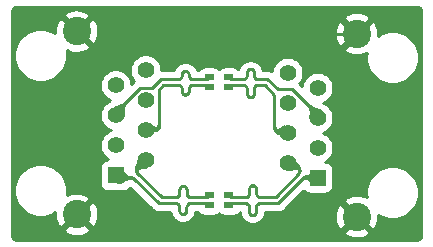
<source format=gbl>
G04 #@! TF.GenerationSoftware,KiCad,Pcbnew,(5.1.2)-1*
G04 #@! TF.CreationDate,2024-05-04T01:05:48+09:00*
G04 #@! TF.ProjectId,lf,6c662e6b-6963-4616-945f-706362585858,v1.1*
G04 #@! TF.SameCoordinates,Original*
G04 #@! TF.FileFunction,Copper,L2,Bot*
G04 #@! TF.FilePolarity,Positive*
%FSLAX46Y46*%
G04 Gerber Fmt 4.6, Leading zero omitted, Abs format (unit mm)*
G04 Created by KiCad (PCBNEW (5.1.2)-1) date 2024-05-04 01:05:48*
%MOMM*%
%LPD*%
G04 APERTURE LIST*
%ADD10C,0.100000*%
%ADD11C,0.510000*%
%ADD12C,2.400000*%
%ADD13C,1.408000*%
%ADD14R,1.408000X1.408000*%
%ADD15C,0.800000*%
%ADD16C,0.260000*%
%ADD17C,0.254000*%
%ADD18C,0.025400*%
G04 APERTURE END LIST*
D10*
G36*
X147391999Y-85310123D02*
G01*
X147394475Y-85310490D01*
X147396902Y-85311098D01*
X147399258Y-85311941D01*
X147401521Y-85313011D01*
X147403667Y-85314298D01*
X147405677Y-85315788D01*
X147407531Y-85317469D01*
X147409212Y-85319323D01*
X147410702Y-85321333D01*
X147411989Y-85323479D01*
X147413059Y-85325742D01*
X147413902Y-85328098D01*
X147414510Y-85330525D01*
X147414877Y-85333001D01*
X147415000Y-85335500D01*
X147415000Y-85794500D01*
X147414877Y-85796999D01*
X147414510Y-85799475D01*
X147413902Y-85801902D01*
X147413059Y-85804258D01*
X147411989Y-85806521D01*
X147410702Y-85808667D01*
X147409212Y-85810677D01*
X147407531Y-85812531D01*
X147405677Y-85814212D01*
X147403667Y-85815702D01*
X147401521Y-85816989D01*
X147399258Y-85818059D01*
X147396902Y-85818902D01*
X147394475Y-85819510D01*
X147391999Y-85819877D01*
X147389500Y-85820000D01*
X146680500Y-85820000D01*
X146678001Y-85819877D01*
X146675525Y-85819510D01*
X146673098Y-85818902D01*
X146670742Y-85818059D01*
X146668479Y-85816989D01*
X146666333Y-85815702D01*
X146664323Y-85814212D01*
X146662469Y-85812531D01*
X146660788Y-85810677D01*
X146659298Y-85808667D01*
X146658011Y-85806521D01*
X146656941Y-85804258D01*
X146656098Y-85801902D01*
X146655490Y-85799475D01*
X146655123Y-85796999D01*
X146655000Y-85794500D01*
X146655000Y-85335500D01*
X146655123Y-85333001D01*
X146655490Y-85330525D01*
X146656098Y-85328098D01*
X146656941Y-85325742D01*
X146658011Y-85323479D01*
X146659298Y-85321333D01*
X146660788Y-85319323D01*
X146662469Y-85317469D01*
X146664323Y-85315788D01*
X146666333Y-85314298D01*
X146668479Y-85313011D01*
X146670742Y-85311941D01*
X146673098Y-85311098D01*
X146675525Y-85310490D01*
X146678001Y-85310123D01*
X146680500Y-85310000D01*
X147389500Y-85310000D01*
X147391999Y-85310123D01*
X147391999Y-85310123D01*
G37*
D11*
X147035000Y-85565000D03*
D10*
G36*
X145721999Y-85310123D02*
G01*
X145724475Y-85310490D01*
X145726902Y-85311098D01*
X145729258Y-85311941D01*
X145731521Y-85313011D01*
X145733667Y-85314298D01*
X145735677Y-85315788D01*
X145737531Y-85317469D01*
X145739212Y-85319323D01*
X145740702Y-85321333D01*
X145741989Y-85323479D01*
X145743059Y-85325742D01*
X145743902Y-85328098D01*
X145744510Y-85330525D01*
X145744877Y-85333001D01*
X145745000Y-85335500D01*
X145745000Y-85794500D01*
X145744877Y-85796999D01*
X145744510Y-85799475D01*
X145743902Y-85801902D01*
X145743059Y-85804258D01*
X145741989Y-85806521D01*
X145740702Y-85808667D01*
X145739212Y-85810677D01*
X145737531Y-85812531D01*
X145735677Y-85814212D01*
X145733667Y-85815702D01*
X145731521Y-85816989D01*
X145729258Y-85818059D01*
X145726902Y-85818902D01*
X145724475Y-85819510D01*
X145721999Y-85819877D01*
X145719500Y-85820000D01*
X145010500Y-85820000D01*
X145008001Y-85819877D01*
X145005525Y-85819510D01*
X145003098Y-85818902D01*
X145000742Y-85818059D01*
X144998479Y-85816989D01*
X144996333Y-85815702D01*
X144994323Y-85814212D01*
X144992469Y-85812531D01*
X144990788Y-85810677D01*
X144989298Y-85808667D01*
X144988011Y-85806521D01*
X144986941Y-85804258D01*
X144986098Y-85801902D01*
X144985490Y-85799475D01*
X144985123Y-85796999D01*
X144985000Y-85794500D01*
X144985000Y-85335500D01*
X144985123Y-85333001D01*
X144985490Y-85330525D01*
X144986098Y-85328098D01*
X144986941Y-85325742D01*
X144988011Y-85323479D01*
X144989298Y-85321333D01*
X144990788Y-85319323D01*
X144992469Y-85317469D01*
X144994323Y-85315788D01*
X144996333Y-85314298D01*
X144998479Y-85313011D01*
X145000742Y-85311941D01*
X145003098Y-85311098D01*
X145005525Y-85310490D01*
X145008001Y-85310123D01*
X145010500Y-85310000D01*
X145719500Y-85310000D01*
X145721999Y-85310123D01*
X145721999Y-85310123D01*
G37*
D11*
X145365000Y-85565000D03*
D10*
G36*
X145721999Y-86180123D02*
G01*
X145724475Y-86180490D01*
X145726902Y-86181098D01*
X145729258Y-86181941D01*
X145731521Y-86183011D01*
X145733667Y-86184298D01*
X145735677Y-86185788D01*
X145737531Y-86187469D01*
X145739212Y-86189323D01*
X145740702Y-86191333D01*
X145741989Y-86193479D01*
X145743059Y-86195742D01*
X145743902Y-86198098D01*
X145744510Y-86200525D01*
X145744877Y-86203001D01*
X145745000Y-86205500D01*
X145745000Y-86664500D01*
X145744877Y-86666999D01*
X145744510Y-86669475D01*
X145743902Y-86671902D01*
X145743059Y-86674258D01*
X145741989Y-86676521D01*
X145740702Y-86678667D01*
X145739212Y-86680677D01*
X145737531Y-86682531D01*
X145735677Y-86684212D01*
X145733667Y-86685702D01*
X145731521Y-86686989D01*
X145729258Y-86688059D01*
X145726902Y-86688902D01*
X145724475Y-86689510D01*
X145721999Y-86689877D01*
X145719500Y-86690000D01*
X145010500Y-86690000D01*
X145008001Y-86689877D01*
X145005525Y-86689510D01*
X145003098Y-86688902D01*
X145000742Y-86688059D01*
X144998479Y-86686989D01*
X144996333Y-86685702D01*
X144994323Y-86684212D01*
X144992469Y-86682531D01*
X144990788Y-86680677D01*
X144989298Y-86678667D01*
X144988011Y-86676521D01*
X144986941Y-86674258D01*
X144986098Y-86671902D01*
X144985490Y-86669475D01*
X144985123Y-86666999D01*
X144985000Y-86664500D01*
X144985000Y-86205500D01*
X144985123Y-86203001D01*
X144985490Y-86200525D01*
X144986098Y-86198098D01*
X144986941Y-86195742D01*
X144988011Y-86193479D01*
X144989298Y-86191333D01*
X144990788Y-86189323D01*
X144992469Y-86187469D01*
X144994323Y-86185788D01*
X144996333Y-86184298D01*
X144998479Y-86183011D01*
X145000742Y-86181941D01*
X145003098Y-86181098D01*
X145005525Y-86180490D01*
X145008001Y-86180123D01*
X145010500Y-86180000D01*
X145719500Y-86180000D01*
X145721999Y-86180123D01*
X145721999Y-86180123D01*
G37*
D11*
X145365000Y-86435000D03*
D10*
G36*
X147391999Y-86180123D02*
G01*
X147394475Y-86180490D01*
X147396902Y-86181098D01*
X147399258Y-86181941D01*
X147401521Y-86183011D01*
X147403667Y-86184298D01*
X147405677Y-86185788D01*
X147407531Y-86187469D01*
X147409212Y-86189323D01*
X147410702Y-86191333D01*
X147411989Y-86193479D01*
X147413059Y-86195742D01*
X147413902Y-86198098D01*
X147414510Y-86200525D01*
X147414877Y-86203001D01*
X147415000Y-86205500D01*
X147415000Y-86664500D01*
X147414877Y-86666999D01*
X147414510Y-86669475D01*
X147413902Y-86671902D01*
X147413059Y-86674258D01*
X147411989Y-86676521D01*
X147410702Y-86678667D01*
X147409212Y-86680677D01*
X147407531Y-86682531D01*
X147405677Y-86684212D01*
X147403667Y-86685702D01*
X147401521Y-86686989D01*
X147399258Y-86688059D01*
X147396902Y-86688902D01*
X147394475Y-86689510D01*
X147391999Y-86689877D01*
X147389500Y-86690000D01*
X146680500Y-86690000D01*
X146678001Y-86689877D01*
X146675525Y-86689510D01*
X146673098Y-86688902D01*
X146670742Y-86688059D01*
X146668479Y-86686989D01*
X146666333Y-86685702D01*
X146664323Y-86684212D01*
X146662469Y-86682531D01*
X146660788Y-86680677D01*
X146659298Y-86678667D01*
X146658011Y-86676521D01*
X146656941Y-86674258D01*
X146656098Y-86671902D01*
X146655490Y-86669475D01*
X146655123Y-86666999D01*
X146655000Y-86664500D01*
X146655000Y-86205500D01*
X146655123Y-86203001D01*
X146655490Y-86200525D01*
X146656098Y-86198098D01*
X146656941Y-86195742D01*
X146658011Y-86193479D01*
X146659298Y-86191333D01*
X146660788Y-86189323D01*
X146662469Y-86187469D01*
X146664323Y-86185788D01*
X146666333Y-86184298D01*
X146668479Y-86183011D01*
X146670742Y-86181941D01*
X146673098Y-86181098D01*
X146675525Y-86180490D01*
X146678001Y-86180123D01*
X146680500Y-86180000D01*
X147389500Y-86180000D01*
X147391999Y-86180123D01*
X147391999Y-86180123D01*
G37*
D11*
X147035000Y-86435000D03*
D10*
G36*
X147391999Y-95310123D02*
G01*
X147394475Y-95310490D01*
X147396902Y-95311098D01*
X147399258Y-95311941D01*
X147401521Y-95313011D01*
X147403667Y-95314298D01*
X147405677Y-95315788D01*
X147407531Y-95317469D01*
X147409212Y-95319323D01*
X147410702Y-95321333D01*
X147411989Y-95323479D01*
X147413059Y-95325742D01*
X147413902Y-95328098D01*
X147414510Y-95330525D01*
X147414877Y-95333001D01*
X147415000Y-95335500D01*
X147415000Y-95794500D01*
X147414877Y-95796999D01*
X147414510Y-95799475D01*
X147413902Y-95801902D01*
X147413059Y-95804258D01*
X147411989Y-95806521D01*
X147410702Y-95808667D01*
X147409212Y-95810677D01*
X147407531Y-95812531D01*
X147405677Y-95814212D01*
X147403667Y-95815702D01*
X147401521Y-95816989D01*
X147399258Y-95818059D01*
X147396902Y-95818902D01*
X147394475Y-95819510D01*
X147391999Y-95819877D01*
X147389500Y-95820000D01*
X146680500Y-95820000D01*
X146678001Y-95819877D01*
X146675525Y-95819510D01*
X146673098Y-95818902D01*
X146670742Y-95818059D01*
X146668479Y-95816989D01*
X146666333Y-95815702D01*
X146664323Y-95814212D01*
X146662469Y-95812531D01*
X146660788Y-95810677D01*
X146659298Y-95808667D01*
X146658011Y-95806521D01*
X146656941Y-95804258D01*
X146656098Y-95801902D01*
X146655490Y-95799475D01*
X146655123Y-95796999D01*
X146655000Y-95794500D01*
X146655000Y-95335500D01*
X146655123Y-95333001D01*
X146655490Y-95330525D01*
X146656098Y-95328098D01*
X146656941Y-95325742D01*
X146658011Y-95323479D01*
X146659298Y-95321333D01*
X146660788Y-95319323D01*
X146662469Y-95317469D01*
X146664323Y-95315788D01*
X146666333Y-95314298D01*
X146668479Y-95313011D01*
X146670742Y-95311941D01*
X146673098Y-95311098D01*
X146675525Y-95310490D01*
X146678001Y-95310123D01*
X146680500Y-95310000D01*
X147389500Y-95310000D01*
X147391999Y-95310123D01*
X147391999Y-95310123D01*
G37*
D11*
X147035000Y-95565000D03*
D10*
G36*
X145721999Y-95310123D02*
G01*
X145724475Y-95310490D01*
X145726902Y-95311098D01*
X145729258Y-95311941D01*
X145731521Y-95313011D01*
X145733667Y-95314298D01*
X145735677Y-95315788D01*
X145737531Y-95317469D01*
X145739212Y-95319323D01*
X145740702Y-95321333D01*
X145741989Y-95323479D01*
X145743059Y-95325742D01*
X145743902Y-95328098D01*
X145744510Y-95330525D01*
X145744877Y-95333001D01*
X145745000Y-95335500D01*
X145745000Y-95794500D01*
X145744877Y-95796999D01*
X145744510Y-95799475D01*
X145743902Y-95801902D01*
X145743059Y-95804258D01*
X145741989Y-95806521D01*
X145740702Y-95808667D01*
X145739212Y-95810677D01*
X145737531Y-95812531D01*
X145735677Y-95814212D01*
X145733667Y-95815702D01*
X145731521Y-95816989D01*
X145729258Y-95818059D01*
X145726902Y-95818902D01*
X145724475Y-95819510D01*
X145721999Y-95819877D01*
X145719500Y-95820000D01*
X145010500Y-95820000D01*
X145008001Y-95819877D01*
X145005525Y-95819510D01*
X145003098Y-95818902D01*
X145000742Y-95818059D01*
X144998479Y-95816989D01*
X144996333Y-95815702D01*
X144994323Y-95814212D01*
X144992469Y-95812531D01*
X144990788Y-95810677D01*
X144989298Y-95808667D01*
X144988011Y-95806521D01*
X144986941Y-95804258D01*
X144986098Y-95801902D01*
X144985490Y-95799475D01*
X144985123Y-95796999D01*
X144985000Y-95794500D01*
X144985000Y-95335500D01*
X144985123Y-95333001D01*
X144985490Y-95330525D01*
X144986098Y-95328098D01*
X144986941Y-95325742D01*
X144988011Y-95323479D01*
X144989298Y-95321333D01*
X144990788Y-95319323D01*
X144992469Y-95317469D01*
X144994323Y-95315788D01*
X144996333Y-95314298D01*
X144998479Y-95313011D01*
X145000742Y-95311941D01*
X145003098Y-95311098D01*
X145005525Y-95310490D01*
X145008001Y-95310123D01*
X145010500Y-95310000D01*
X145719500Y-95310000D01*
X145721999Y-95310123D01*
X145721999Y-95310123D01*
G37*
D11*
X145365000Y-95565000D03*
D10*
G36*
X145721999Y-96180123D02*
G01*
X145724475Y-96180490D01*
X145726902Y-96181098D01*
X145729258Y-96181941D01*
X145731521Y-96183011D01*
X145733667Y-96184298D01*
X145735677Y-96185788D01*
X145737531Y-96187469D01*
X145739212Y-96189323D01*
X145740702Y-96191333D01*
X145741989Y-96193479D01*
X145743059Y-96195742D01*
X145743902Y-96198098D01*
X145744510Y-96200525D01*
X145744877Y-96203001D01*
X145745000Y-96205500D01*
X145745000Y-96664500D01*
X145744877Y-96666999D01*
X145744510Y-96669475D01*
X145743902Y-96671902D01*
X145743059Y-96674258D01*
X145741989Y-96676521D01*
X145740702Y-96678667D01*
X145739212Y-96680677D01*
X145737531Y-96682531D01*
X145735677Y-96684212D01*
X145733667Y-96685702D01*
X145731521Y-96686989D01*
X145729258Y-96688059D01*
X145726902Y-96688902D01*
X145724475Y-96689510D01*
X145721999Y-96689877D01*
X145719500Y-96690000D01*
X145010500Y-96690000D01*
X145008001Y-96689877D01*
X145005525Y-96689510D01*
X145003098Y-96688902D01*
X145000742Y-96688059D01*
X144998479Y-96686989D01*
X144996333Y-96685702D01*
X144994323Y-96684212D01*
X144992469Y-96682531D01*
X144990788Y-96680677D01*
X144989298Y-96678667D01*
X144988011Y-96676521D01*
X144986941Y-96674258D01*
X144986098Y-96671902D01*
X144985490Y-96669475D01*
X144985123Y-96666999D01*
X144985000Y-96664500D01*
X144985000Y-96205500D01*
X144985123Y-96203001D01*
X144985490Y-96200525D01*
X144986098Y-96198098D01*
X144986941Y-96195742D01*
X144988011Y-96193479D01*
X144989298Y-96191333D01*
X144990788Y-96189323D01*
X144992469Y-96187469D01*
X144994323Y-96185788D01*
X144996333Y-96184298D01*
X144998479Y-96183011D01*
X145000742Y-96181941D01*
X145003098Y-96181098D01*
X145005525Y-96180490D01*
X145008001Y-96180123D01*
X145010500Y-96180000D01*
X145719500Y-96180000D01*
X145721999Y-96180123D01*
X145721999Y-96180123D01*
G37*
D11*
X145365000Y-96435000D03*
D10*
G36*
X147391999Y-96180123D02*
G01*
X147394475Y-96180490D01*
X147396902Y-96181098D01*
X147399258Y-96181941D01*
X147401521Y-96183011D01*
X147403667Y-96184298D01*
X147405677Y-96185788D01*
X147407531Y-96187469D01*
X147409212Y-96189323D01*
X147410702Y-96191333D01*
X147411989Y-96193479D01*
X147413059Y-96195742D01*
X147413902Y-96198098D01*
X147414510Y-96200525D01*
X147414877Y-96203001D01*
X147415000Y-96205500D01*
X147415000Y-96664500D01*
X147414877Y-96666999D01*
X147414510Y-96669475D01*
X147413902Y-96671902D01*
X147413059Y-96674258D01*
X147411989Y-96676521D01*
X147410702Y-96678667D01*
X147409212Y-96680677D01*
X147407531Y-96682531D01*
X147405677Y-96684212D01*
X147403667Y-96685702D01*
X147401521Y-96686989D01*
X147399258Y-96688059D01*
X147396902Y-96688902D01*
X147394475Y-96689510D01*
X147391999Y-96689877D01*
X147389500Y-96690000D01*
X146680500Y-96690000D01*
X146678001Y-96689877D01*
X146675525Y-96689510D01*
X146673098Y-96688902D01*
X146670742Y-96688059D01*
X146668479Y-96686989D01*
X146666333Y-96685702D01*
X146664323Y-96684212D01*
X146662469Y-96682531D01*
X146660788Y-96680677D01*
X146659298Y-96678667D01*
X146658011Y-96676521D01*
X146656941Y-96674258D01*
X146656098Y-96671902D01*
X146655490Y-96669475D01*
X146655123Y-96666999D01*
X146655000Y-96664500D01*
X146655000Y-96205500D01*
X146655123Y-96203001D01*
X146655490Y-96200525D01*
X146656098Y-96198098D01*
X146656941Y-96195742D01*
X146658011Y-96193479D01*
X146659298Y-96191333D01*
X146660788Y-96189323D01*
X146662469Y-96187469D01*
X146664323Y-96185788D01*
X146666333Y-96184298D01*
X146668479Y-96183011D01*
X146670742Y-96181941D01*
X146673098Y-96181098D01*
X146675525Y-96180490D01*
X146678001Y-96180123D01*
X146680500Y-96180000D01*
X147389500Y-96180000D01*
X147391999Y-96180123D01*
X147391999Y-96180123D01*
G37*
D11*
X147035000Y-96435000D03*
D12*
X157850000Y-81900000D03*
X157850000Y-97400000D03*
D13*
X152010000Y-92825000D03*
X152010000Y-85205000D03*
X152010000Y-87745000D03*
X152010000Y-90285000D03*
X154550000Y-86475000D03*
X154550000Y-89015000D03*
X154550000Y-91555000D03*
D14*
X154550000Y-94095000D03*
D12*
X134150000Y-81700000D03*
X134150000Y-97200000D03*
D13*
X139990000Y-92625000D03*
X139990000Y-85005000D03*
X139990000Y-87545000D03*
X139990000Y-90085000D03*
X137450000Y-86275000D03*
X137450000Y-88815000D03*
X137450000Y-91355000D03*
D14*
X137450000Y-93895000D03*
D15*
X134210000Y-87110000D03*
X134210000Y-91500000D03*
X146060000Y-98090000D03*
X140460000Y-97980000D03*
X151350000Y-98020000D03*
X158340000Y-87350000D03*
X158350000Y-91560000D03*
X146230000Y-81110000D03*
X140800000Y-81090000D03*
X151140000Y-81200000D03*
D16*
X151840000Y-81900000D02*
X151539999Y-81599999D01*
X151539999Y-81599999D02*
X151140000Y-81200000D01*
X157850000Y-81900000D02*
X151840000Y-81900000D01*
X152615000Y-92825000D02*
X152010000Y-92825000D01*
X148924834Y-94774710D02*
X148988243Y-94752522D01*
X148784709Y-94914835D02*
X148820450Y-94857954D01*
X148867953Y-94810451D02*
X148924834Y-94774710D01*
X148755000Y-95045000D02*
X148762521Y-94978244D01*
X149185165Y-94774710D02*
X149242046Y-94810451D01*
X148747478Y-95511757D02*
X148755000Y-95445000D01*
X149121756Y-94752522D02*
X149185165Y-94774710D01*
X148762521Y-94978244D02*
X148784709Y-94914835D01*
X148725290Y-95575166D02*
X148747478Y-95511757D01*
X148820450Y-94857954D02*
X148867953Y-94810451D01*
X148755000Y-95445000D02*
X148755000Y-95045000D01*
X147035000Y-95565000D02*
X147215000Y-95745000D01*
X148455000Y-95745000D02*
X148521756Y-95737479D01*
X149289549Y-94857954D02*
X149325290Y-94914835D01*
X148521756Y-95737479D02*
X148585165Y-95715291D01*
X149242046Y-94810451D02*
X149289549Y-94857954D01*
X148585165Y-95715291D02*
X148642046Y-95679550D01*
X149467953Y-95679550D02*
X149524834Y-95715291D01*
X147215000Y-95745000D02*
X148455000Y-95745000D01*
X148642046Y-95679550D02*
X148689549Y-95632047D01*
X148988243Y-94752522D02*
X149055000Y-94745000D01*
X149055000Y-94745000D02*
X149121756Y-94752522D01*
X149347478Y-94978244D02*
X149355000Y-95045000D01*
X149355000Y-95045000D02*
X149355000Y-95445000D01*
X149355000Y-95445000D02*
X149362521Y-95511757D01*
X149362521Y-95511757D02*
X149384709Y-95575166D01*
X149384709Y-95575166D02*
X149420450Y-95632047D01*
X149420450Y-95632047D02*
X149467953Y-95679550D01*
X149524834Y-95715291D02*
X149588243Y-95737479D01*
X148689549Y-95632047D02*
X148725290Y-95575166D01*
X149588243Y-95737479D02*
X149655000Y-95745000D01*
X149655000Y-95745000D02*
X150994374Y-95745000D01*
X150994374Y-95745000D02*
X153000000Y-93739374D01*
X153000000Y-93739374D02*
X153000000Y-93210000D01*
X149325290Y-94914835D02*
X149347478Y-94978244D01*
X153000000Y-93210000D02*
X152615000Y-92825000D01*
X139675000Y-92625000D02*
X139990000Y-92625000D01*
X143342046Y-94858340D02*
X143285165Y-94822599D01*
X143389549Y-94905843D02*
X143342046Y-94858340D01*
X145185000Y-95745000D02*
X143755000Y-95745000D01*
X143425290Y-94962724D02*
X143389549Y-94905843D01*
X143088243Y-94800411D02*
X143024834Y-94822599D01*
X143455000Y-95092890D02*
X143447478Y-95026133D01*
X143455000Y-95445000D02*
X143455000Y-95092890D01*
X143624834Y-95715290D02*
X143567953Y-95679549D01*
X143462521Y-95511756D02*
X143455000Y-95445000D01*
X142862521Y-95026133D02*
X142855000Y-95092890D01*
X143520450Y-95632046D02*
X143484709Y-95575165D01*
X143484709Y-95575165D02*
X143462521Y-95511756D01*
X142847478Y-95511756D02*
X142825290Y-95575165D01*
X145365000Y-95565000D02*
X145185000Y-95745000D01*
X143755000Y-95745000D02*
X143688243Y-95737478D01*
X143688243Y-95737478D02*
X143624834Y-95715290D01*
X143285165Y-94822599D02*
X143221756Y-94800411D01*
X142855000Y-95445000D02*
X142847478Y-95511756D01*
X143447478Y-95026133D02*
X143425290Y-94962724D01*
X143567953Y-95679549D02*
X143520450Y-95632046D01*
X143221756Y-94800411D02*
X143155000Y-94792890D01*
X143155000Y-94792890D02*
X143088243Y-94800411D01*
X143024834Y-94822599D02*
X142967953Y-94858340D01*
X142920450Y-94905843D02*
X142884709Y-94962724D01*
X142967953Y-94858340D02*
X142920450Y-94905843D01*
X142884709Y-94962724D02*
X142862521Y-95026133D01*
X142855000Y-95092890D02*
X142855000Y-95445000D01*
X142685165Y-95715290D02*
X142621756Y-95737478D01*
X142825290Y-95575165D02*
X142789549Y-95632046D01*
X139200000Y-93600000D02*
X139200000Y-93100000D01*
X142789549Y-95632046D02*
X142742046Y-95679549D01*
X142742046Y-95679549D02*
X142685165Y-95715290D01*
X142621756Y-95737478D02*
X142555000Y-95745000D01*
X142555000Y-95745000D02*
X141345000Y-95745000D01*
X141345000Y-95745000D02*
X139200000Y-93600000D01*
X139200000Y-93100000D02*
X139675000Y-92625000D01*
X142545000Y-96255000D02*
X141094374Y-96255000D01*
X142611756Y-96262522D02*
X142545000Y-96255000D01*
X142779549Y-96367954D02*
X142732046Y-96320451D01*
X142815290Y-96424835D02*
X142779549Y-96367954D01*
X142837478Y-96488244D02*
X142815290Y-96424835D01*
X142845000Y-96555000D02*
X142837478Y-96488244D01*
X142845000Y-96875914D02*
X142845000Y-96555000D01*
X142732046Y-96320451D02*
X142675165Y-96284710D01*
X142852521Y-96942671D02*
X142845000Y-96875914D01*
X142910450Y-97062961D02*
X142874709Y-97006080D01*
X142957953Y-97110464D02*
X142910450Y-97062961D01*
X138939374Y-94100000D02*
X137655000Y-94100000D01*
X143014834Y-97146205D02*
X142957953Y-97110464D01*
X143078243Y-97168393D02*
X143014834Y-97146205D01*
X142874709Y-97006080D02*
X142852521Y-96942671D01*
X143145000Y-97175914D02*
X143078243Y-97168393D01*
X143211756Y-97168393D02*
X143145000Y-97175914D01*
X142675165Y-96284710D02*
X142611756Y-96262522D01*
X143557953Y-96320451D02*
X143510450Y-96367954D01*
X141094374Y-96255000D02*
X138939374Y-94100000D01*
X143445000Y-96875914D02*
X143437478Y-96942671D01*
X143275165Y-97146205D02*
X143211756Y-97168393D01*
X143614834Y-96284710D02*
X143557953Y-96320451D01*
X145185000Y-96255000D02*
X143745000Y-96255000D01*
X143678243Y-96262522D02*
X143614834Y-96284710D01*
X143745000Y-96255000D02*
X143678243Y-96262522D01*
X145365000Y-96435000D02*
X145185000Y-96255000D01*
X143510450Y-96367954D02*
X143474709Y-96424835D01*
X143474709Y-96424835D02*
X143452521Y-96488244D01*
X143445000Y-96555000D02*
X143445000Y-96875914D01*
X143452521Y-96488244D02*
X143445000Y-96555000D01*
X143437478Y-96942671D02*
X143415290Y-97006080D01*
X143415290Y-97006080D02*
X143379549Y-97062961D01*
X143379549Y-97062961D02*
X143332046Y-97110464D01*
X143332046Y-97110464D02*
X143275165Y-97146205D01*
X154295000Y-94050000D02*
X154445000Y-94200000D01*
X151205626Y-96255000D02*
X153410626Y-94050000D01*
X149514834Y-96284709D02*
X149578243Y-96262521D01*
X149457953Y-96320450D02*
X149514834Y-96284709D01*
X149410450Y-96367953D02*
X149457953Y-96320450D01*
X149352521Y-96488243D02*
X149374709Y-96424834D01*
X149345000Y-96555000D02*
X149352521Y-96488243D01*
X149345000Y-96955000D02*
X149345000Y-96555000D01*
X149315290Y-97085165D02*
X149337478Y-97021756D01*
X149279549Y-97142046D02*
X149315290Y-97085165D01*
X149337478Y-97021756D02*
X149345000Y-96955000D01*
X149232046Y-97189549D02*
X149279549Y-97142046D01*
X149111756Y-97247478D02*
X149175165Y-97225290D01*
X148978243Y-97247478D02*
X149045000Y-97255000D01*
X148632046Y-96320450D02*
X148679549Y-96367953D01*
X148575165Y-96284709D02*
X148632046Y-96320450D01*
X149175165Y-97225290D02*
X149232046Y-97189549D01*
X148857953Y-97189549D02*
X148914834Y-97225290D01*
X148511756Y-96262521D02*
X148575165Y-96284709D01*
X148445000Y-96255000D02*
X148511756Y-96262521D01*
X147035000Y-96435000D02*
X147215000Y-96255000D01*
X149045000Y-97255000D02*
X149111756Y-97247478D01*
X147215000Y-96255000D02*
X148445000Y-96255000D01*
X148679549Y-96367953D02*
X148715290Y-96424834D01*
X149374709Y-96424834D02*
X149410450Y-96367953D01*
X148752521Y-97021756D02*
X148774709Y-97085165D01*
X153410626Y-94050000D02*
X154295000Y-94050000D01*
X148715290Y-96424834D02*
X148737478Y-96488243D01*
X148737478Y-96488243D02*
X148745000Y-96555000D01*
X148745000Y-96555000D02*
X148745000Y-96955000D01*
X148810450Y-97142046D02*
X148857953Y-97189549D01*
X149578243Y-96262521D02*
X149645000Y-96255000D01*
X148745000Y-96955000D02*
X148752521Y-97021756D01*
X149645000Y-96255000D02*
X151205626Y-96255000D01*
X148774709Y-97085165D02*
X148810450Y-97142046D01*
X148914834Y-97225290D02*
X148978243Y-97247478D01*
X151180313Y-86619687D02*
X152419687Y-86619687D01*
X149324834Y-85715291D02*
X149388243Y-85737479D01*
X149220450Y-85632047D02*
X149267953Y-85679550D01*
X149184709Y-85575166D02*
X149220450Y-85632047D01*
X149162521Y-85511757D02*
X149184709Y-85575166D01*
X149267953Y-85679550D02*
X149324834Y-85715291D01*
X149155000Y-85445000D02*
X149162521Y-85511757D01*
X149155000Y-85202626D02*
X149155000Y-85445000D01*
X149125290Y-85072461D02*
X149147478Y-85135870D01*
X149089549Y-85015580D02*
X149125290Y-85072461D01*
X148921756Y-84910148D02*
X148985165Y-84932336D01*
X149042046Y-84968077D02*
X149089549Y-85015580D01*
X148855000Y-84902626D02*
X148921756Y-84910148D01*
X148788243Y-84910148D02*
X148855000Y-84902626D01*
X149455000Y-85745000D02*
X150305626Y-85745000D01*
X148385165Y-85715291D02*
X148442046Y-85679550D01*
X148321756Y-85737479D02*
X148385165Y-85715291D01*
X149147478Y-85135870D02*
X149155000Y-85202626D01*
X148255000Y-85745000D02*
X148321756Y-85737479D01*
X147035000Y-85565000D02*
X147215000Y-85745000D01*
X147215000Y-85745000D02*
X148255000Y-85745000D01*
X148562521Y-85135870D02*
X148584709Y-85072461D01*
X148489549Y-85632047D02*
X148525290Y-85575166D01*
X150305626Y-85745000D02*
X151180313Y-86619687D01*
X148555000Y-85445000D02*
X148555000Y-85202626D01*
X149388243Y-85737479D02*
X149455000Y-85745000D01*
X148555000Y-85202626D02*
X148562521Y-85135870D01*
X148525290Y-85575166D02*
X148547478Y-85511757D01*
X148547478Y-85511757D02*
X148555000Y-85445000D01*
X152419687Y-86619687D02*
X154550000Y-88750000D01*
X148584709Y-85072461D02*
X148620450Y-85015580D01*
X148985165Y-84932336D02*
X149042046Y-84968077D01*
X148620450Y-85015580D02*
X148667953Y-84968077D01*
X148667953Y-84968077D02*
X148724834Y-84932336D01*
X148442046Y-85679550D02*
X148489549Y-85632047D01*
X148724834Y-84932336D02*
X148788243Y-84910148D01*
X139500000Y-86500000D02*
X137450000Y-88550000D01*
X140534562Y-86500000D02*
X139500000Y-86500000D01*
X142811756Y-85737478D02*
X142745000Y-85745000D01*
X142875165Y-85715290D02*
X142811756Y-85737478D01*
X142979549Y-85632046D02*
X142932046Y-85679549D01*
X143015290Y-85575165D02*
X142979549Y-85632046D01*
X143037478Y-85511756D02*
X143015290Y-85575165D01*
X143052521Y-85294448D02*
X143045000Y-85361205D01*
X143157953Y-85126655D02*
X143110450Y-85174158D01*
X143278243Y-85068726D02*
X143214834Y-85090914D01*
X141289562Y-85745000D02*
X140534562Y-86500000D01*
X143345000Y-85061205D02*
X143278243Y-85068726D01*
X143214834Y-85090914D02*
X143157953Y-85126655D01*
X143757953Y-85679549D02*
X143710450Y-85632046D01*
X142745000Y-85745000D02*
X141289562Y-85745000D01*
X143945000Y-85745000D02*
X143878243Y-85737478D01*
X143814834Y-85715290D02*
X143757953Y-85679549D01*
X145365000Y-85565000D02*
X145185000Y-85745000D01*
X143411756Y-85068726D02*
X143345000Y-85061205D01*
X143878243Y-85737478D02*
X143814834Y-85715290D01*
X142932046Y-85679549D02*
X142875165Y-85715290D01*
X143615290Y-85231039D02*
X143579549Y-85174158D01*
X143110450Y-85174158D02*
X143074709Y-85231039D01*
X143475165Y-85090914D02*
X143411756Y-85068726D01*
X143045000Y-85361205D02*
X143045000Y-85445000D01*
X145185000Y-85745000D02*
X143945000Y-85745000D01*
X143045000Y-85445000D02*
X143037478Y-85511756D01*
X143710450Y-85632046D02*
X143674709Y-85575165D01*
X143674709Y-85575165D02*
X143652521Y-85511756D01*
X143652521Y-85511756D02*
X143645000Y-85445000D01*
X143645000Y-85445000D02*
X143645000Y-85361205D01*
X143645000Y-85361205D02*
X143637478Y-85294448D01*
X143074709Y-85231039D02*
X143052521Y-85294448D01*
X143637478Y-85294448D02*
X143615290Y-85231039D01*
X143579549Y-85174158D02*
X143532046Y-85126655D01*
X143532046Y-85126655D02*
X143475165Y-85090914D01*
X140865000Y-90085000D02*
X139990000Y-90085000D01*
X143532046Y-86995505D02*
X143475165Y-87031246D01*
X141500814Y-86255000D02*
X141100000Y-86655814D01*
X143579549Y-86948002D02*
X143532046Y-86995505D01*
X142745000Y-86255000D02*
X141500814Y-86255000D01*
X143615290Y-86891121D02*
X143579549Y-86948002D01*
X143645000Y-86760955D02*
X143637478Y-86827712D01*
X143652521Y-86488244D02*
X143645000Y-86555000D01*
X143945000Y-86255000D02*
X143878243Y-86262522D01*
X143674709Y-86424835D02*
X143652521Y-86488244D01*
X143475165Y-87031246D02*
X143411756Y-87053434D01*
X143278243Y-87053434D02*
X143214834Y-87031246D01*
X143710450Y-86367954D02*
X143674709Y-86424835D01*
X143645000Y-86555000D02*
X143645000Y-86760955D01*
X142811756Y-86262522D02*
X142745000Y-86255000D01*
X145185000Y-86255000D02*
X143945000Y-86255000D01*
X145365000Y-86435000D02*
X145185000Y-86255000D01*
X143015290Y-86424835D02*
X142979549Y-86367954D01*
X141100000Y-86655814D02*
X141100000Y-89850000D01*
X141100000Y-89850000D02*
X140865000Y-90085000D01*
X143878243Y-86262522D02*
X143814834Y-86284710D01*
X143814834Y-86284710D02*
X143757953Y-86320451D01*
X143214834Y-87031246D02*
X143157953Y-86995505D01*
X143757953Y-86320451D02*
X143710450Y-86367954D01*
X143157953Y-86995505D02*
X143110450Y-86948002D01*
X143411756Y-87053434D02*
X143345000Y-87060955D01*
X143110450Y-86948002D02*
X143074709Y-86891121D01*
X143345000Y-87060955D02*
X143278243Y-87053434D01*
X143074709Y-86891121D02*
X143052521Y-86827712D01*
X143052521Y-86827712D02*
X143045000Y-86760955D01*
X143045000Y-86760955D02*
X143045000Y-86555000D01*
X143045000Y-86555000D02*
X143037478Y-86488244D01*
X143037478Y-86488244D02*
X143015290Y-86424835D01*
X143637478Y-86827712D02*
X143615290Y-86891121D01*
X142979549Y-86367954D02*
X142932046Y-86320451D01*
X142932046Y-86320451D02*
X142875165Y-86284710D01*
X142875165Y-86284710D02*
X142811756Y-86262522D01*
X151185000Y-90285000D02*
X152010000Y-90285000D01*
X148620450Y-87142046D02*
X148667953Y-87189549D01*
X148584709Y-87085165D02*
X148620450Y-87142046D01*
X148667953Y-87189549D02*
X148724834Y-87225290D01*
X149267953Y-86320450D02*
X149324834Y-86284709D01*
X148562521Y-87021756D02*
X148584709Y-87085165D01*
X147035000Y-86435000D02*
X147215000Y-86255000D01*
X148442046Y-86320450D02*
X148489549Y-86367953D01*
X148555000Y-86955000D02*
X148562521Y-87021756D01*
X150094374Y-86255000D02*
X150900000Y-87060626D01*
X148555000Y-86555000D02*
X148555000Y-86955000D01*
X149162521Y-86488243D02*
X149184709Y-86424834D01*
X148525290Y-86424834D02*
X148547478Y-86488243D01*
X149147478Y-87021756D02*
X149155000Y-86955000D01*
X148547478Y-86488243D02*
X148555000Y-86555000D01*
X148489549Y-86367953D02*
X148525290Y-86424834D01*
X149089549Y-87142046D02*
X149125290Y-87085165D01*
X149324834Y-86284709D02*
X149388243Y-86262521D01*
X148724834Y-87225290D02*
X148788243Y-87247478D01*
X148321756Y-86262521D02*
X148385165Y-86284709D01*
X148385165Y-86284709D02*
X148442046Y-86320450D01*
X149220450Y-86367953D02*
X149267953Y-86320450D01*
X148255000Y-86255000D02*
X148321756Y-86262521D01*
X148788243Y-87247478D02*
X148855000Y-87255000D01*
X148855000Y-87255000D02*
X148921756Y-87247478D01*
X148921756Y-87247478D02*
X148985165Y-87225290D01*
X148985165Y-87225290D02*
X149042046Y-87189549D01*
X147215000Y-86255000D02*
X148255000Y-86255000D01*
X149042046Y-87189549D02*
X149089549Y-87142046D01*
X149155000Y-86555000D02*
X149162521Y-86488243D01*
X149125290Y-87085165D02*
X149147478Y-87021756D01*
X149155000Y-86955000D02*
X149155000Y-86555000D01*
X149184709Y-86424834D02*
X149220450Y-86367953D01*
X149388243Y-86262521D02*
X149455000Y-86255000D01*
X149455000Y-86255000D02*
X150094374Y-86255000D01*
X150900000Y-87060626D02*
X150900000Y-90000000D01*
X150900000Y-90000000D02*
X151185000Y-90285000D01*
D17*
G36*
X163065424Y-79669580D02*
G01*
X163128356Y-79688580D01*
X163186405Y-79719445D01*
X163237343Y-79760989D01*
X163279248Y-79811644D01*
X163310515Y-79869471D01*
X163329956Y-79932272D01*
X163340000Y-80027835D01*
X163340001Y-98967711D01*
X163330420Y-99065424D01*
X163311420Y-99128357D01*
X163280554Y-99186406D01*
X163239011Y-99237343D01*
X163188356Y-99279248D01*
X163130529Y-99310515D01*
X163067728Y-99329956D01*
X162972165Y-99340000D01*
X129032279Y-99340000D01*
X128934576Y-99330420D01*
X128871643Y-99311420D01*
X128813594Y-99280554D01*
X128762657Y-99239011D01*
X128720752Y-99188356D01*
X128689485Y-99130529D01*
X128670044Y-99067728D01*
X128660000Y-98972165D01*
X128660000Y-98477980D01*
X133051626Y-98477980D01*
X133171514Y-98762836D01*
X133495210Y-98923699D01*
X133844069Y-99018322D01*
X134204684Y-99043067D01*
X134563198Y-98996985D01*
X134905833Y-98881846D01*
X135128486Y-98762836D01*
X135164199Y-98677980D01*
X156751626Y-98677980D01*
X156871514Y-98962836D01*
X157195210Y-99123699D01*
X157544069Y-99218322D01*
X157904684Y-99243067D01*
X158263198Y-99196985D01*
X158605833Y-99081846D01*
X158828486Y-98962836D01*
X158948374Y-98677980D01*
X157850000Y-97579605D01*
X156751626Y-98677980D01*
X135164199Y-98677980D01*
X135248374Y-98477980D01*
X134150000Y-97379605D01*
X133051626Y-98477980D01*
X128660000Y-98477980D01*
X128660000Y-94944872D01*
X128865000Y-94944872D01*
X128865000Y-95385128D01*
X128950890Y-95816925D01*
X129119369Y-96223669D01*
X129363962Y-96589729D01*
X129675271Y-96901038D01*
X130041331Y-97145631D01*
X130448075Y-97314110D01*
X130879872Y-97400000D01*
X131320128Y-97400000D01*
X131751925Y-97314110D01*
X132158669Y-97145631D01*
X132321900Y-97036564D01*
X132306933Y-97254684D01*
X132353015Y-97613198D01*
X132468154Y-97955833D01*
X132587164Y-98178486D01*
X132872020Y-98298374D01*
X133970395Y-97200000D01*
X134329605Y-97200000D01*
X135427980Y-98298374D01*
X135712836Y-98178486D01*
X135873699Y-97854790D01*
X135968322Y-97505931D01*
X135993067Y-97145316D01*
X135946985Y-96786802D01*
X135831846Y-96444167D01*
X135712836Y-96221514D01*
X135427980Y-96101626D01*
X134329605Y-97200000D01*
X133970395Y-97200000D01*
X133956252Y-97185858D01*
X134135858Y-97006252D01*
X134150000Y-97020395D01*
X135248374Y-95922020D01*
X135128486Y-95637164D01*
X134804790Y-95476301D01*
X134455931Y-95381678D01*
X134095316Y-95356933D01*
X133736802Y-95403015D01*
X133394167Y-95518154D01*
X133298352Y-95569368D01*
X133335000Y-95385128D01*
X133335000Y-94944872D01*
X133249110Y-94513075D01*
X133080631Y-94106331D01*
X132836038Y-93740271D01*
X132524729Y-93428962D01*
X132168594Y-93191000D01*
X136107928Y-93191000D01*
X136107928Y-94599000D01*
X136120188Y-94723482D01*
X136156498Y-94843180D01*
X136215463Y-94953494D01*
X136294815Y-95050185D01*
X136391506Y-95129537D01*
X136501820Y-95188502D01*
X136621518Y-95224812D01*
X136746000Y-95237072D01*
X138154000Y-95237072D01*
X138278482Y-95224812D01*
X138398180Y-95188502D01*
X138508494Y-95129537D01*
X138605185Y-95050185D01*
X138684537Y-94953494D01*
X138693753Y-94936252D01*
X140526865Y-96769365D01*
X140550820Y-96798554D01*
X140580007Y-96822507D01*
X140580008Y-96822508D01*
X140610922Y-96847878D01*
X140667307Y-96894152D01*
X140800205Y-96965187D01*
X140944408Y-97008931D01*
X141056796Y-97020000D01*
X141056798Y-97020000D01*
X141094373Y-97023701D01*
X141131949Y-97020000D01*
X142090100Y-97020000D01*
X142091368Y-97050130D01*
X142106629Y-97112920D01*
X142120119Y-97176099D01*
X142139310Y-97220653D01*
X142143778Y-97233421D01*
X142156552Y-97280218D01*
X142185405Y-97338041D01*
X142212619Y-97396640D01*
X142241241Y-97435803D01*
X142248436Y-97447253D01*
X142271299Y-97490028D01*
X142312295Y-97539982D01*
X142351868Y-97591058D01*
X142388480Y-97622864D01*
X142398052Y-97632436D01*
X142429856Y-97669046D01*
X142480924Y-97708613D01*
X142530885Y-97749615D01*
X142573665Y-97772481D01*
X142585106Y-97779670D01*
X142624274Y-97808296D01*
X142682885Y-97835515D01*
X142740696Y-97864362D01*
X142787493Y-97877136D01*
X142800259Y-97881603D01*
X142844815Y-97900795D01*
X142907994Y-97914285D01*
X142970784Y-97929546D01*
X143019259Y-97931587D01*
X143032686Y-97933099D01*
X143080384Y-97941894D01*
X143145000Y-97940988D01*
X143209617Y-97941894D01*
X143257313Y-97933100D01*
X143270742Y-97931587D01*
X143319215Y-97929546D01*
X143382012Y-97914283D01*
X143445185Y-97900794D01*
X143489735Y-97881605D01*
X143502506Y-97877136D01*
X143549303Y-97864362D01*
X143607126Y-97835509D01*
X143665725Y-97808295D01*
X143704888Y-97779673D01*
X143716338Y-97772478D01*
X143759113Y-97749615D01*
X143809067Y-97708619D01*
X143860143Y-97669046D01*
X143891949Y-97632434D01*
X143901521Y-97622862D01*
X143938131Y-97591058D01*
X143977698Y-97539990D01*
X144018700Y-97490029D01*
X144041566Y-97447249D01*
X144048755Y-97435808D01*
X144077381Y-97396640D01*
X144104600Y-97338029D01*
X144133447Y-97280218D01*
X144146221Y-97233421D01*
X144150688Y-97220657D01*
X144169876Y-97176110D01*
X144183365Y-97112937D01*
X144198631Y-97050130D01*
X144199899Y-97020000D01*
X144451725Y-97020000D01*
X144458760Y-97033161D01*
X144541284Y-97133716D01*
X144641839Y-97216240D01*
X144756562Y-97277561D01*
X144881044Y-97315322D01*
X145010500Y-97328072D01*
X145719500Y-97328072D01*
X145848956Y-97315322D01*
X145973438Y-97277561D01*
X146088161Y-97216240D01*
X146188716Y-97133716D01*
X146200000Y-97119967D01*
X146211284Y-97133716D01*
X146311839Y-97216240D01*
X146426562Y-97277561D01*
X146551044Y-97315322D01*
X146680500Y-97328072D01*
X147389500Y-97328072D01*
X147518956Y-97315322D01*
X147643438Y-97277561D01*
X147758161Y-97216240D01*
X147858716Y-97133716D01*
X147941240Y-97033161D01*
X147948275Y-97020000D01*
X147982484Y-97020000D01*
X147984207Y-97035291D01*
X147989808Y-97092166D01*
X147991368Y-97129215D01*
X148006631Y-97192012D01*
X148020120Y-97255185D01*
X148039309Y-97299735D01*
X148043778Y-97312506D01*
X148056552Y-97359303D01*
X148085405Y-97417126D01*
X148112619Y-97475725D01*
X148141241Y-97514888D01*
X148148436Y-97526338D01*
X148171299Y-97569113D01*
X148212295Y-97619067D01*
X148251868Y-97670143D01*
X148288480Y-97701949D01*
X148298052Y-97711521D01*
X148329856Y-97748131D01*
X148380924Y-97787698D01*
X148430885Y-97828700D01*
X148473665Y-97851566D01*
X148485106Y-97858755D01*
X148524274Y-97887381D01*
X148582885Y-97914600D01*
X148640696Y-97943447D01*
X148687493Y-97956221D01*
X148700257Y-97960688D01*
X148744804Y-97979876D01*
X148807977Y-97993365D01*
X148870784Y-98008631D01*
X148919257Y-98010672D01*
X148932683Y-98012184D01*
X148980396Y-98020981D01*
X149045000Y-98020074D01*
X149109605Y-98020981D01*
X149157314Y-98012185D01*
X149170744Y-98010671D01*
X149219215Y-98008631D01*
X149282015Y-97993367D01*
X149345196Y-97979876D01*
X149389743Y-97960687D01*
X149402506Y-97956221D01*
X149449303Y-97943447D01*
X149507126Y-97914594D01*
X149565725Y-97887380D01*
X149604888Y-97858758D01*
X149616338Y-97851563D01*
X149659113Y-97828700D01*
X149709067Y-97787704D01*
X149760143Y-97748131D01*
X149791949Y-97711519D01*
X149801521Y-97701947D01*
X149838131Y-97670143D01*
X149877698Y-97619075D01*
X149918700Y-97569114D01*
X149941566Y-97526334D01*
X149948755Y-97514893D01*
X149977381Y-97475725D01*
X149987152Y-97454684D01*
X156006933Y-97454684D01*
X156053015Y-97813198D01*
X156168154Y-98155833D01*
X156287164Y-98378486D01*
X156572020Y-98498374D01*
X157670395Y-97400000D01*
X156572020Y-96301626D01*
X156287164Y-96421514D01*
X156126301Y-96745210D01*
X156031678Y-97094069D01*
X156006933Y-97454684D01*
X149987152Y-97454684D01*
X150004600Y-97417114D01*
X150033447Y-97359303D01*
X150046221Y-97312506D01*
X150050686Y-97299745D01*
X150069876Y-97255196D01*
X150083368Y-97192011D01*
X150098631Y-97129215D01*
X150100190Y-97092184D01*
X150105793Y-97035290D01*
X150107516Y-97020000D01*
X151168051Y-97020000D01*
X151205626Y-97023701D01*
X151243201Y-97020000D01*
X151243204Y-97020000D01*
X151355592Y-97008931D01*
X151499795Y-96965187D01*
X151632693Y-96894152D01*
X151749180Y-96798554D01*
X151773138Y-96769361D01*
X152420479Y-96122020D01*
X156751626Y-96122020D01*
X157850000Y-97220395D01*
X157864142Y-97206252D01*
X158043748Y-97385858D01*
X158029605Y-97400000D01*
X159127980Y-98498374D01*
X159412836Y-98378486D01*
X159573699Y-98054790D01*
X159668322Y-97705931D01*
X159693067Y-97345316D01*
X159679181Y-97237286D01*
X159841331Y-97345631D01*
X160248075Y-97514110D01*
X160679872Y-97600000D01*
X161120128Y-97600000D01*
X161551925Y-97514110D01*
X161958669Y-97345631D01*
X162324729Y-97101038D01*
X162636038Y-96789729D01*
X162880631Y-96423669D01*
X163049110Y-96016925D01*
X163135000Y-95585128D01*
X163135000Y-95144872D01*
X163049110Y-94713075D01*
X162880631Y-94306331D01*
X162636038Y-93940271D01*
X162324729Y-93628962D01*
X161958669Y-93384369D01*
X161551925Y-93215890D01*
X161120128Y-93130000D01*
X160679872Y-93130000D01*
X160248075Y-93215890D01*
X159841331Y-93384369D01*
X159475271Y-93628962D01*
X159163962Y-93940271D01*
X158919369Y-94306331D01*
X158750890Y-94713075D01*
X158665000Y-95144872D01*
X158665000Y-95585128D01*
X158702699Y-95774653D01*
X158504790Y-95676301D01*
X158155931Y-95581678D01*
X157795316Y-95556933D01*
X157436802Y-95603015D01*
X157094167Y-95718154D01*
X156871514Y-95837164D01*
X156751626Y-96122020D01*
X152420479Y-96122020D01*
X153348612Y-95193887D01*
X153394815Y-95250185D01*
X153491506Y-95329537D01*
X153601820Y-95388502D01*
X153721518Y-95424812D01*
X153846000Y-95437072D01*
X155254000Y-95437072D01*
X155378482Y-95424812D01*
X155498180Y-95388502D01*
X155608494Y-95329537D01*
X155705185Y-95250185D01*
X155784537Y-95153494D01*
X155843502Y-95043180D01*
X155879812Y-94923482D01*
X155892072Y-94799000D01*
X155892072Y-93391000D01*
X155879812Y-93266518D01*
X155843502Y-93146820D01*
X155784537Y-93036506D01*
X155705185Y-92939815D01*
X155608494Y-92860463D01*
X155498180Y-92801498D01*
X155378482Y-92765188D01*
X155254000Y-92752928D01*
X155156923Y-92752928D01*
X155184254Y-92741607D01*
X155403563Y-92595069D01*
X155590069Y-92408563D01*
X155736607Y-92189254D01*
X155837543Y-91945572D01*
X155889000Y-91686880D01*
X155889000Y-91423120D01*
X155837543Y-91164428D01*
X155736607Y-90920746D01*
X155590069Y-90701437D01*
X155403563Y-90514931D01*
X155184254Y-90368393D01*
X154982925Y-90285000D01*
X155184254Y-90201607D01*
X155403563Y-90055069D01*
X155590069Y-89868563D01*
X155736607Y-89649254D01*
X155837543Y-89405572D01*
X155889000Y-89146880D01*
X155889000Y-88883120D01*
X155837543Y-88624428D01*
X155736607Y-88380746D01*
X155590069Y-88161437D01*
X155403563Y-87974931D01*
X155184254Y-87828393D01*
X155159794Y-87818261D01*
X155147417Y-87810568D01*
X155096445Y-87782047D01*
X155004548Y-87736043D01*
X155184254Y-87661607D01*
X155403563Y-87515069D01*
X155590069Y-87328563D01*
X155736607Y-87109254D01*
X155837543Y-86865572D01*
X155889000Y-86606880D01*
X155889000Y-86343120D01*
X155837543Y-86084428D01*
X155736607Y-85840746D01*
X155590069Y-85621437D01*
X155403563Y-85434931D01*
X155184254Y-85288393D01*
X154940572Y-85187457D01*
X154681880Y-85136000D01*
X154418120Y-85136000D01*
X154159428Y-85187457D01*
X153915746Y-85288393D01*
X153696437Y-85434931D01*
X153509931Y-85621437D01*
X153363393Y-85840746D01*
X153262457Y-86084428D01*
X153213322Y-86331449D01*
X152995253Y-86113380D01*
X153050069Y-86058563D01*
X153196607Y-85839254D01*
X153297543Y-85595572D01*
X153349000Y-85336880D01*
X153349000Y-85073120D01*
X153297543Y-84814428D01*
X153196607Y-84570746D01*
X153050069Y-84351437D01*
X152863563Y-84164931D01*
X152644254Y-84018393D01*
X152400572Y-83917457D01*
X152141880Y-83866000D01*
X151878120Y-83866000D01*
X151619428Y-83917457D01*
X151375746Y-84018393D01*
X151156437Y-84164931D01*
X150969931Y-84351437D01*
X150823393Y-84570746D01*
X150722457Y-84814428D01*
X150671044Y-85072896D01*
X150599795Y-85034813D01*
X150455592Y-84991069D01*
X150343204Y-84980000D01*
X150343201Y-84980000D01*
X150305626Y-84976299D01*
X150268051Y-84980000D01*
X149896865Y-84980000D01*
X149893368Y-84965615D01*
X149879876Y-84902430D01*
X149860686Y-84857881D01*
X149856221Y-84845120D01*
X149843447Y-84798323D01*
X149814600Y-84740512D01*
X149787381Y-84681901D01*
X149758755Y-84642733D01*
X149751566Y-84631292D01*
X149728700Y-84588512D01*
X149687698Y-84538551D01*
X149648131Y-84487483D01*
X149611521Y-84455679D01*
X149601949Y-84446107D01*
X149570143Y-84409495D01*
X149519067Y-84369922D01*
X149469113Y-84328926D01*
X149426338Y-84306063D01*
X149414888Y-84298868D01*
X149375725Y-84270246D01*
X149317126Y-84243032D01*
X149259303Y-84214179D01*
X149212506Y-84201405D01*
X149199743Y-84196939D01*
X149155196Y-84177750D01*
X149092015Y-84164259D01*
X149029215Y-84148995D01*
X148980744Y-84146955D01*
X148967314Y-84145441D01*
X148919605Y-84136645D01*
X148855000Y-84137552D01*
X148790396Y-84136645D01*
X148742683Y-84145442D01*
X148729257Y-84146954D01*
X148680784Y-84148995D01*
X148617977Y-84164261D01*
X148554804Y-84177750D01*
X148510257Y-84196938D01*
X148497493Y-84201405D01*
X148450696Y-84214179D01*
X148392885Y-84243026D01*
X148334274Y-84270245D01*
X148295106Y-84298871D01*
X148283665Y-84306060D01*
X148240885Y-84328926D01*
X148190924Y-84369928D01*
X148139856Y-84409495D01*
X148108052Y-84446105D01*
X148098480Y-84455677D01*
X148061868Y-84487483D01*
X148022295Y-84538559D01*
X147981299Y-84588513D01*
X147958436Y-84631288D01*
X147951241Y-84642738D01*
X147922619Y-84681901D01*
X147895405Y-84740500D01*
X147866552Y-84798323D01*
X147853778Y-84845120D01*
X147849309Y-84857891D01*
X147849095Y-84858388D01*
X147758161Y-84783760D01*
X147643438Y-84722439D01*
X147518956Y-84684678D01*
X147389500Y-84671928D01*
X146680500Y-84671928D01*
X146551044Y-84684678D01*
X146426562Y-84722439D01*
X146311839Y-84783760D01*
X146211284Y-84866284D01*
X146200000Y-84880033D01*
X146188716Y-84866284D01*
X146088161Y-84783760D01*
X145973438Y-84722439D01*
X145848956Y-84684678D01*
X145719500Y-84671928D01*
X145010500Y-84671928D01*
X144881044Y-84684678D01*
X144756562Y-84722439D01*
X144641839Y-84783760D01*
X144541284Y-84866284D01*
X144458760Y-84966839D01*
X144451725Y-84980000D01*
X144339752Y-84980000D01*
X144333447Y-84956901D01*
X144304600Y-84899090D01*
X144277381Y-84840479D01*
X144248755Y-84801311D01*
X144241566Y-84789870D01*
X144218700Y-84747090D01*
X144177698Y-84697129D01*
X144138131Y-84646061D01*
X144101521Y-84614257D01*
X144091949Y-84604685D01*
X144060143Y-84568073D01*
X144009067Y-84528500D01*
X143959113Y-84487504D01*
X143916338Y-84464641D01*
X143904888Y-84457446D01*
X143865725Y-84428824D01*
X143807126Y-84401610D01*
X143749303Y-84372757D01*
X143702506Y-84359983D01*
X143689735Y-84355514D01*
X143645185Y-84336325D01*
X143582012Y-84322836D01*
X143519215Y-84307573D01*
X143470742Y-84305532D01*
X143457313Y-84304019D01*
X143409617Y-84295225D01*
X143345000Y-84296131D01*
X143280384Y-84295225D01*
X143232686Y-84304020D01*
X143219259Y-84305532D01*
X143170784Y-84307573D01*
X143107994Y-84322834D01*
X143044815Y-84336324D01*
X143000259Y-84355516D01*
X142987493Y-84359983D01*
X142940696Y-84372757D01*
X142882885Y-84401604D01*
X142824274Y-84428823D01*
X142785106Y-84457449D01*
X142773665Y-84464638D01*
X142730885Y-84487504D01*
X142680924Y-84528506D01*
X142629856Y-84568073D01*
X142598052Y-84604683D01*
X142588480Y-84614255D01*
X142551868Y-84646061D01*
X142512295Y-84697137D01*
X142471299Y-84747091D01*
X142448436Y-84789866D01*
X142441241Y-84801316D01*
X142412619Y-84840479D01*
X142385405Y-84899078D01*
X142356552Y-84956901D01*
X142350247Y-84980000D01*
X141329000Y-84980000D01*
X141329000Y-84873120D01*
X141277543Y-84614428D01*
X141176607Y-84370746D01*
X141030069Y-84151437D01*
X140843563Y-83964931D01*
X140624254Y-83818393D01*
X140380572Y-83717457D01*
X140121880Y-83666000D01*
X139858120Y-83666000D01*
X139599428Y-83717457D01*
X139355746Y-83818393D01*
X139136437Y-83964931D01*
X138949931Y-84151437D01*
X138803393Y-84370746D01*
X138702457Y-84614428D01*
X138651000Y-84873120D01*
X138651000Y-85136880D01*
X138702457Y-85395572D01*
X138803393Y-85639254D01*
X138949931Y-85858563D01*
X139006630Y-85915262D01*
X138956446Y-85956446D01*
X138932488Y-85985639D01*
X138786678Y-86131449D01*
X138737543Y-85884428D01*
X138636607Y-85640746D01*
X138490069Y-85421437D01*
X138303563Y-85234931D01*
X138084254Y-85088393D01*
X137840572Y-84987457D01*
X137581880Y-84936000D01*
X137318120Y-84936000D01*
X137059428Y-84987457D01*
X136815746Y-85088393D01*
X136596437Y-85234931D01*
X136409931Y-85421437D01*
X136263393Y-85640746D01*
X136162457Y-85884428D01*
X136111000Y-86143120D01*
X136111000Y-86406880D01*
X136162457Y-86665572D01*
X136263393Y-86909254D01*
X136409931Y-87128563D01*
X136596437Y-87315069D01*
X136815746Y-87461607D01*
X136995451Y-87536043D01*
X136903554Y-87582047D01*
X136852581Y-87610569D01*
X136840205Y-87618262D01*
X136815746Y-87628393D01*
X136596437Y-87774931D01*
X136409931Y-87961437D01*
X136263393Y-88180746D01*
X136162457Y-88424428D01*
X136111000Y-88683120D01*
X136111000Y-88946880D01*
X136162457Y-89205572D01*
X136263393Y-89449254D01*
X136409931Y-89668563D01*
X136596437Y-89855069D01*
X136815746Y-90001607D01*
X137017075Y-90085000D01*
X136815746Y-90168393D01*
X136596437Y-90314931D01*
X136409931Y-90501437D01*
X136263393Y-90720746D01*
X136162457Y-90964428D01*
X136111000Y-91223120D01*
X136111000Y-91486880D01*
X136162457Y-91745572D01*
X136263393Y-91989254D01*
X136409931Y-92208563D01*
X136596437Y-92395069D01*
X136815746Y-92541607D01*
X136843077Y-92552928D01*
X136746000Y-92552928D01*
X136621518Y-92565188D01*
X136501820Y-92601498D01*
X136391506Y-92660463D01*
X136294815Y-92739815D01*
X136215463Y-92836506D01*
X136156498Y-92946820D01*
X136120188Y-93066518D01*
X136107928Y-93191000D01*
X132168594Y-93191000D01*
X132158669Y-93184369D01*
X131751925Y-93015890D01*
X131320128Y-92930000D01*
X130879872Y-92930000D01*
X130448075Y-93015890D01*
X130041331Y-93184369D01*
X129675271Y-93428962D01*
X129363962Y-93740271D01*
X129119369Y-94106331D01*
X128950890Y-94513075D01*
X128865000Y-94944872D01*
X128660000Y-94944872D01*
X128660000Y-83514872D01*
X128865000Y-83514872D01*
X128865000Y-83955128D01*
X128950890Y-84386925D01*
X129119369Y-84793669D01*
X129363962Y-85159729D01*
X129675271Y-85471038D01*
X130041331Y-85715631D01*
X130448075Y-85884110D01*
X130879872Y-85970000D01*
X131320128Y-85970000D01*
X131751925Y-85884110D01*
X132158669Y-85715631D01*
X132524729Y-85471038D01*
X132836038Y-85159729D01*
X133080631Y-84793669D01*
X133249110Y-84386925D01*
X133335000Y-83955128D01*
X133335000Y-83514872D01*
X133297301Y-83325347D01*
X133495210Y-83423699D01*
X133844069Y-83518322D01*
X134204684Y-83543067D01*
X134563198Y-83496985D01*
X134905833Y-83381846D01*
X135128486Y-83262836D01*
X135164199Y-83177980D01*
X156751626Y-83177980D01*
X156871514Y-83462836D01*
X157195210Y-83623699D01*
X157544069Y-83718322D01*
X157904684Y-83743067D01*
X158263198Y-83696985D01*
X158605833Y-83581846D01*
X158701648Y-83530632D01*
X158665000Y-83714872D01*
X158665000Y-84155128D01*
X158750890Y-84586925D01*
X158919369Y-84993669D01*
X159163962Y-85359729D01*
X159475271Y-85671038D01*
X159841331Y-85915631D01*
X160248075Y-86084110D01*
X160679872Y-86170000D01*
X161120128Y-86170000D01*
X161551925Y-86084110D01*
X161958669Y-85915631D01*
X162324729Y-85671038D01*
X162636038Y-85359729D01*
X162880631Y-84993669D01*
X163049110Y-84586925D01*
X163135000Y-84155128D01*
X163135000Y-83714872D01*
X163049110Y-83283075D01*
X162880631Y-82876331D01*
X162636038Y-82510271D01*
X162324729Y-82198962D01*
X161958669Y-81954369D01*
X161551925Y-81785890D01*
X161120128Y-81700000D01*
X160679872Y-81700000D01*
X160248075Y-81785890D01*
X159841331Y-81954369D01*
X159678100Y-82063436D01*
X159693067Y-81845316D01*
X159646985Y-81486802D01*
X159531846Y-81144167D01*
X159412836Y-80921514D01*
X159127980Y-80801626D01*
X158029605Y-81900000D01*
X158043748Y-81914142D01*
X157864142Y-82093748D01*
X157850000Y-82079605D01*
X156751626Y-83177980D01*
X135164199Y-83177980D01*
X135248374Y-82977980D01*
X134150000Y-81879605D01*
X134135858Y-81893748D01*
X133956252Y-81714142D01*
X133970395Y-81700000D01*
X134329605Y-81700000D01*
X135427980Y-82798374D01*
X135712836Y-82678486D01*
X135873699Y-82354790D01*
X135968322Y-82005931D01*
X135971838Y-81954684D01*
X156006933Y-81954684D01*
X156053015Y-82313198D01*
X156168154Y-82655833D01*
X156287164Y-82878486D01*
X156572020Y-82998374D01*
X157670395Y-81900000D01*
X156572020Y-80801626D01*
X156287164Y-80921514D01*
X156126301Y-81245210D01*
X156031678Y-81594069D01*
X156006933Y-81954684D01*
X135971838Y-81954684D01*
X135993067Y-81645316D01*
X135946985Y-81286802D01*
X135831846Y-80944167D01*
X135712836Y-80721514D01*
X135476437Y-80622020D01*
X156751626Y-80622020D01*
X157850000Y-81720395D01*
X158948374Y-80622020D01*
X158828486Y-80337164D01*
X158504790Y-80176301D01*
X158155931Y-80081678D01*
X157795316Y-80056933D01*
X157436802Y-80103015D01*
X157094167Y-80218154D01*
X156871514Y-80337164D01*
X156751626Y-80622020D01*
X135476437Y-80622020D01*
X135427980Y-80601626D01*
X134329605Y-81700000D01*
X133970395Y-81700000D01*
X132872020Y-80601626D01*
X132587164Y-80721514D01*
X132426301Y-81045210D01*
X132331678Y-81394069D01*
X132306933Y-81754684D01*
X132320819Y-81862714D01*
X132158669Y-81754369D01*
X131751925Y-81585890D01*
X131320128Y-81500000D01*
X130879872Y-81500000D01*
X130448075Y-81585890D01*
X130041331Y-81754369D01*
X129675271Y-81998962D01*
X129363962Y-82310271D01*
X129119369Y-82676331D01*
X128950890Y-83083075D01*
X128865000Y-83514872D01*
X128660000Y-83514872D01*
X128660000Y-80422020D01*
X133051626Y-80422020D01*
X134150000Y-81520395D01*
X135248374Y-80422020D01*
X135128486Y-80137164D01*
X134804790Y-79976301D01*
X134455931Y-79881678D01*
X134095316Y-79856933D01*
X133736802Y-79903015D01*
X133394167Y-80018154D01*
X133171514Y-80137164D01*
X133051626Y-80422020D01*
X128660000Y-80422020D01*
X128660000Y-80032279D01*
X128669580Y-79934576D01*
X128688580Y-79871644D01*
X128719445Y-79813595D01*
X128760989Y-79762657D01*
X128811644Y-79720752D01*
X128869471Y-79689485D01*
X128932272Y-79670044D01*
X129027835Y-79660000D01*
X162967721Y-79660000D01*
X163065424Y-79669580D01*
X163065424Y-79669580D01*
G37*
X163065424Y-79669580D02*
X163128356Y-79688580D01*
X163186405Y-79719445D01*
X163237343Y-79760989D01*
X163279248Y-79811644D01*
X163310515Y-79869471D01*
X163329956Y-79932272D01*
X163340000Y-80027835D01*
X163340001Y-98967711D01*
X163330420Y-99065424D01*
X163311420Y-99128357D01*
X163280554Y-99186406D01*
X163239011Y-99237343D01*
X163188356Y-99279248D01*
X163130529Y-99310515D01*
X163067728Y-99329956D01*
X162972165Y-99340000D01*
X129032279Y-99340000D01*
X128934576Y-99330420D01*
X128871643Y-99311420D01*
X128813594Y-99280554D01*
X128762657Y-99239011D01*
X128720752Y-99188356D01*
X128689485Y-99130529D01*
X128670044Y-99067728D01*
X128660000Y-98972165D01*
X128660000Y-98477980D01*
X133051626Y-98477980D01*
X133171514Y-98762836D01*
X133495210Y-98923699D01*
X133844069Y-99018322D01*
X134204684Y-99043067D01*
X134563198Y-98996985D01*
X134905833Y-98881846D01*
X135128486Y-98762836D01*
X135164199Y-98677980D01*
X156751626Y-98677980D01*
X156871514Y-98962836D01*
X157195210Y-99123699D01*
X157544069Y-99218322D01*
X157904684Y-99243067D01*
X158263198Y-99196985D01*
X158605833Y-99081846D01*
X158828486Y-98962836D01*
X158948374Y-98677980D01*
X157850000Y-97579605D01*
X156751626Y-98677980D01*
X135164199Y-98677980D01*
X135248374Y-98477980D01*
X134150000Y-97379605D01*
X133051626Y-98477980D01*
X128660000Y-98477980D01*
X128660000Y-94944872D01*
X128865000Y-94944872D01*
X128865000Y-95385128D01*
X128950890Y-95816925D01*
X129119369Y-96223669D01*
X129363962Y-96589729D01*
X129675271Y-96901038D01*
X130041331Y-97145631D01*
X130448075Y-97314110D01*
X130879872Y-97400000D01*
X131320128Y-97400000D01*
X131751925Y-97314110D01*
X132158669Y-97145631D01*
X132321900Y-97036564D01*
X132306933Y-97254684D01*
X132353015Y-97613198D01*
X132468154Y-97955833D01*
X132587164Y-98178486D01*
X132872020Y-98298374D01*
X133970395Y-97200000D01*
X134329605Y-97200000D01*
X135427980Y-98298374D01*
X135712836Y-98178486D01*
X135873699Y-97854790D01*
X135968322Y-97505931D01*
X135993067Y-97145316D01*
X135946985Y-96786802D01*
X135831846Y-96444167D01*
X135712836Y-96221514D01*
X135427980Y-96101626D01*
X134329605Y-97200000D01*
X133970395Y-97200000D01*
X133956252Y-97185858D01*
X134135858Y-97006252D01*
X134150000Y-97020395D01*
X135248374Y-95922020D01*
X135128486Y-95637164D01*
X134804790Y-95476301D01*
X134455931Y-95381678D01*
X134095316Y-95356933D01*
X133736802Y-95403015D01*
X133394167Y-95518154D01*
X133298352Y-95569368D01*
X133335000Y-95385128D01*
X133335000Y-94944872D01*
X133249110Y-94513075D01*
X133080631Y-94106331D01*
X132836038Y-93740271D01*
X132524729Y-93428962D01*
X132168594Y-93191000D01*
X136107928Y-93191000D01*
X136107928Y-94599000D01*
X136120188Y-94723482D01*
X136156498Y-94843180D01*
X136215463Y-94953494D01*
X136294815Y-95050185D01*
X136391506Y-95129537D01*
X136501820Y-95188502D01*
X136621518Y-95224812D01*
X136746000Y-95237072D01*
X138154000Y-95237072D01*
X138278482Y-95224812D01*
X138398180Y-95188502D01*
X138508494Y-95129537D01*
X138605185Y-95050185D01*
X138684537Y-94953494D01*
X138693753Y-94936252D01*
X140526865Y-96769365D01*
X140550820Y-96798554D01*
X140580007Y-96822507D01*
X140580008Y-96822508D01*
X140610922Y-96847878D01*
X140667307Y-96894152D01*
X140800205Y-96965187D01*
X140944408Y-97008931D01*
X141056796Y-97020000D01*
X141056798Y-97020000D01*
X141094373Y-97023701D01*
X141131949Y-97020000D01*
X142090100Y-97020000D01*
X142091368Y-97050130D01*
X142106629Y-97112920D01*
X142120119Y-97176099D01*
X142139310Y-97220653D01*
X142143778Y-97233421D01*
X142156552Y-97280218D01*
X142185405Y-97338041D01*
X142212619Y-97396640D01*
X142241241Y-97435803D01*
X142248436Y-97447253D01*
X142271299Y-97490028D01*
X142312295Y-97539982D01*
X142351868Y-97591058D01*
X142388480Y-97622864D01*
X142398052Y-97632436D01*
X142429856Y-97669046D01*
X142480924Y-97708613D01*
X142530885Y-97749615D01*
X142573665Y-97772481D01*
X142585106Y-97779670D01*
X142624274Y-97808296D01*
X142682885Y-97835515D01*
X142740696Y-97864362D01*
X142787493Y-97877136D01*
X142800259Y-97881603D01*
X142844815Y-97900795D01*
X142907994Y-97914285D01*
X142970784Y-97929546D01*
X143019259Y-97931587D01*
X143032686Y-97933099D01*
X143080384Y-97941894D01*
X143145000Y-97940988D01*
X143209617Y-97941894D01*
X143257313Y-97933100D01*
X143270742Y-97931587D01*
X143319215Y-97929546D01*
X143382012Y-97914283D01*
X143445185Y-97900794D01*
X143489735Y-97881605D01*
X143502506Y-97877136D01*
X143549303Y-97864362D01*
X143607126Y-97835509D01*
X143665725Y-97808295D01*
X143704888Y-97779673D01*
X143716338Y-97772478D01*
X143759113Y-97749615D01*
X143809067Y-97708619D01*
X143860143Y-97669046D01*
X143891949Y-97632434D01*
X143901521Y-97622862D01*
X143938131Y-97591058D01*
X143977698Y-97539990D01*
X144018700Y-97490029D01*
X144041566Y-97447249D01*
X144048755Y-97435808D01*
X144077381Y-97396640D01*
X144104600Y-97338029D01*
X144133447Y-97280218D01*
X144146221Y-97233421D01*
X144150688Y-97220657D01*
X144169876Y-97176110D01*
X144183365Y-97112937D01*
X144198631Y-97050130D01*
X144199899Y-97020000D01*
X144451725Y-97020000D01*
X144458760Y-97033161D01*
X144541284Y-97133716D01*
X144641839Y-97216240D01*
X144756562Y-97277561D01*
X144881044Y-97315322D01*
X145010500Y-97328072D01*
X145719500Y-97328072D01*
X145848956Y-97315322D01*
X145973438Y-97277561D01*
X146088161Y-97216240D01*
X146188716Y-97133716D01*
X146200000Y-97119967D01*
X146211284Y-97133716D01*
X146311839Y-97216240D01*
X146426562Y-97277561D01*
X146551044Y-97315322D01*
X146680500Y-97328072D01*
X147389500Y-97328072D01*
X147518956Y-97315322D01*
X147643438Y-97277561D01*
X147758161Y-97216240D01*
X147858716Y-97133716D01*
X147941240Y-97033161D01*
X147948275Y-97020000D01*
X147982484Y-97020000D01*
X147984207Y-97035291D01*
X147989808Y-97092166D01*
X147991368Y-97129215D01*
X148006631Y-97192012D01*
X148020120Y-97255185D01*
X148039309Y-97299735D01*
X148043778Y-97312506D01*
X148056552Y-97359303D01*
X148085405Y-97417126D01*
X148112619Y-97475725D01*
X148141241Y-97514888D01*
X148148436Y-97526338D01*
X148171299Y-97569113D01*
X148212295Y-97619067D01*
X148251868Y-97670143D01*
X148288480Y-97701949D01*
X148298052Y-97711521D01*
X148329856Y-97748131D01*
X148380924Y-97787698D01*
X148430885Y-97828700D01*
X148473665Y-97851566D01*
X148485106Y-97858755D01*
X148524274Y-97887381D01*
X148582885Y-97914600D01*
X148640696Y-97943447D01*
X148687493Y-97956221D01*
X148700257Y-97960688D01*
X148744804Y-97979876D01*
X148807977Y-97993365D01*
X148870784Y-98008631D01*
X148919257Y-98010672D01*
X148932683Y-98012184D01*
X148980396Y-98020981D01*
X149045000Y-98020074D01*
X149109605Y-98020981D01*
X149157314Y-98012185D01*
X149170744Y-98010671D01*
X149219215Y-98008631D01*
X149282015Y-97993367D01*
X149345196Y-97979876D01*
X149389743Y-97960687D01*
X149402506Y-97956221D01*
X149449303Y-97943447D01*
X149507126Y-97914594D01*
X149565725Y-97887380D01*
X149604888Y-97858758D01*
X149616338Y-97851563D01*
X149659113Y-97828700D01*
X149709067Y-97787704D01*
X149760143Y-97748131D01*
X149791949Y-97711519D01*
X149801521Y-97701947D01*
X149838131Y-97670143D01*
X149877698Y-97619075D01*
X149918700Y-97569114D01*
X149941566Y-97526334D01*
X149948755Y-97514893D01*
X149977381Y-97475725D01*
X149987152Y-97454684D01*
X156006933Y-97454684D01*
X156053015Y-97813198D01*
X156168154Y-98155833D01*
X156287164Y-98378486D01*
X156572020Y-98498374D01*
X157670395Y-97400000D01*
X156572020Y-96301626D01*
X156287164Y-96421514D01*
X156126301Y-96745210D01*
X156031678Y-97094069D01*
X156006933Y-97454684D01*
X149987152Y-97454684D01*
X150004600Y-97417114D01*
X150033447Y-97359303D01*
X150046221Y-97312506D01*
X150050686Y-97299745D01*
X150069876Y-97255196D01*
X150083368Y-97192011D01*
X150098631Y-97129215D01*
X150100190Y-97092184D01*
X150105793Y-97035290D01*
X150107516Y-97020000D01*
X151168051Y-97020000D01*
X151205626Y-97023701D01*
X151243201Y-97020000D01*
X151243204Y-97020000D01*
X151355592Y-97008931D01*
X151499795Y-96965187D01*
X151632693Y-96894152D01*
X151749180Y-96798554D01*
X151773138Y-96769361D01*
X152420479Y-96122020D01*
X156751626Y-96122020D01*
X157850000Y-97220395D01*
X157864142Y-97206252D01*
X158043748Y-97385858D01*
X158029605Y-97400000D01*
X159127980Y-98498374D01*
X159412836Y-98378486D01*
X159573699Y-98054790D01*
X159668322Y-97705931D01*
X159693067Y-97345316D01*
X159679181Y-97237286D01*
X159841331Y-97345631D01*
X160248075Y-97514110D01*
X160679872Y-97600000D01*
X161120128Y-97600000D01*
X161551925Y-97514110D01*
X161958669Y-97345631D01*
X162324729Y-97101038D01*
X162636038Y-96789729D01*
X162880631Y-96423669D01*
X163049110Y-96016925D01*
X163135000Y-95585128D01*
X163135000Y-95144872D01*
X163049110Y-94713075D01*
X162880631Y-94306331D01*
X162636038Y-93940271D01*
X162324729Y-93628962D01*
X161958669Y-93384369D01*
X161551925Y-93215890D01*
X161120128Y-93130000D01*
X160679872Y-93130000D01*
X160248075Y-93215890D01*
X159841331Y-93384369D01*
X159475271Y-93628962D01*
X159163962Y-93940271D01*
X158919369Y-94306331D01*
X158750890Y-94713075D01*
X158665000Y-95144872D01*
X158665000Y-95585128D01*
X158702699Y-95774653D01*
X158504790Y-95676301D01*
X158155931Y-95581678D01*
X157795316Y-95556933D01*
X157436802Y-95603015D01*
X157094167Y-95718154D01*
X156871514Y-95837164D01*
X156751626Y-96122020D01*
X152420479Y-96122020D01*
X153348612Y-95193887D01*
X153394815Y-95250185D01*
X153491506Y-95329537D01*
X153601820Y-95388502D01*
X153721518Y-95424812D01*
X153846000Y-95437072D01*
X155254000Y-95437072D01*
X155378482Y-95424812D01*
X155498180Y-95388502D01*
X155608494Y-95329537D01*
X155705185Y-95250185D01*
X155784537Y-95153494D01*
X155843502Y-95043180D01*
X155879812Y-94923482D01*
X155892072Y-94799000D01*
X155892072Y-93391000D01*
X155879812Y-93266518D01*
X155843502Y-93146820D01*
X155784537Y-93036506D01*
X155705185Y-92939815D01*
X155608494Y-92860463D01*
X155498180Y-92801498D01*
X155378482Y-92765188D01*
X155254000Y-92752928D01*
X155156923Y-92752928D01*
X155184254Y-92741607D01*
X155403563Y-92595069D01*
X155590069Y-92408563D01*
X155736607Y-92189254D01*
X155837543Y-91945572D01*
X155889000Y-91686880D01*
X155889000Y-91423120D01*
X155837543Y-91164428D01*
X155736607Y-90920746D01*
X155590069Y-90701437D01*
X155403563Y-90514931D01*
X155184254Y-90368393D01*
X154982925Y-90285000D01*
X155184254Y-90201607D01*
X155403563Y-90055069D01*
X155590069Y-89868563D01*
X155736607Y-89649254D01*
X155837543Y-89405572D01*
X155889000Y-89146880D01*
X155889000Y-88883120D01*
X155837543Y-88624428D01*
X155736607Y-88380746D01*
X155590069Y-88161437D01*
X155403563Y-87974931D01*
X155184254Y-87828393D01*
X155159794Y-87818261D01*
X155147417Y-87810568D01*
X155096445Y-87782047D01*
X155004548Y-87736043D01*
X155184254Y-87661607D01*
X155403563Y-87515069D01*
X155590069Y-87328563D01*
X155736607Y-87109254D01*
X155837543Y-86865572D01*
X155889000Y-86606880D01*
X155889000Y-86343120D01*
X155837543Y-86084428D01*
X155736607Y-85840746D01*
X155590069Y-85621437D01*
X155403563Y-85434931D01*
X155184254Y-85288393D01*
X154940572Y-85187457D01*
X154681880Y-85136000D01*
X154418120Y-85136000D01*
X154159428Y-85187457D01*
X153915746Y-85288393D01*
X153696437Y-85434931D01*
X153509931Y-85621437D01*
X153363393Y-85840746D01*
X153262457Y-86084428D01*
X153213322Y-86331449D01*
X152995253Y-86113380D01*
X153050069Y-86058563D01*
X153196607Y-85839254D01*
X153297543Y-85595572D01*
X153349000Y-85336880D01*
X153349000Y-85073120D01*
X153297543Y-84814428D01*
X153196607Y-84570746D01*
X153050069Y-84351437D01*
X152863563Y-84164931D01*
X152644254Y-84018393D01*
X152400572Y-83917457D01*
X152141880Y-83866000D01*
X151878120Y-83866000D01*
X151619428Y-83917457D01*
X151375746Y-84018393D01*
X151156437Y-84164931D01*
X150969931Y-84351437D01*
X150823393Y-84570746D01*
X150722457Y-84814428D01*
X150671044Y-85072896D01*
X150599795Y-85034813D01*
X150455592Y-84991069D01*
X150343204Y-84980000D01*
X150343201Y-84980000D01*
X150305626Y-84976299D01*
X150268051Y-84980000D01*
X149896865Y-84980000D01*
X149893368Y-84965615D01*
X149879876Y-84902430D01*
X149860686Y-84857881D01*
X149856221Y-84845120D01*
X149843447Y-84798323D01*
X149814600Y-84740512D01*
X149787381Y-84681901D01*
X149758755Y-84642733D01*
X149751566Y-84631292D01*
X149728700Y-84588512D01*
X149687698Y-84538551D01*
X149648131Y-84487483D01*
X149611521Y-84455679D01*
X149601949Y-84446107D01*
X149570143Y-84409495D01*
X149519067Y-84369922D01*
X149469113Y-84328926D01*
X149426338Y-84306063D01*
X149414888Y-84298868D01*
X149375725Y-84270246D01*
X149317126Y-84243032D01*
X149259303Y-84214179D01*
X149212506Y-84201405D01*
X149199743Y-84196939D01*
X149155196Y-84177750D01*
X149092015Y-84164259D01*
X149029215Y-84148995D01*
X148980744Y-84146955D01*
X148967314Y-84145441D01*
X148919605Y-84136645D01*
X148855000Y-84137552D01*
X148790396Y-84136645D01*
X148742683Y-84145442D01*
X148729257Y-84146954D01*
X148680784Y-84148995D01*
X148617977Y-84164261D01*
X148554804Y-84177750D01*
X148510257Y-84196938D01*
X148497493Y-84201405D01*
X148450696Y-84214179D01*
X148392885Y-84243026D01*
X148334274Y-84270245D01*
X148295106Y-84298871D01*
X148283665Y-84306060D01*
X148240885Y-84328926D01*
X148190924Y-84369928D01*
X148139856Y-84409495D01*
X148108052Y-84446105D01*
X148098480Y-84455677D01*
X148061868Y-84487483D01*
X148022295Y-84538559D01*
X147981299Y-84588513D01*
X147958436Y-84631288D01*
X147951241Y-84642738D01*
X147922619Y-84681901D01*
X147895405Y-84740500D01*
X147866552Y-84798323D01*
X147853778Y-84845120D01*
X147849309Y-84857891D01*
X147849095Y-84858388D01*
X147758161Y-84783760D01*
X147643438Y-84722439D01*
X147518956Y-84684678D01*
X147389500Y-84671928D01*
X146680500Y-84671928D01*
X146551044Y-84684678D01*
X146426562Y-84722439D01*
X146311839Y-84783760D01*
X146211284Y-84866284D01*
X146200000Y-84880033D01*
X146188716Y-84866284D01*
X146088161Y-84783760D01*
X145973438Y-84722439D01*
X145848956Y-84684678D01*
X145719500Y-84671928D01*
X145010500Y-84671928D01*
X144881044Y-84684678D01*
X144756562Y-84722439D01*
X144641839Y-84783760D01*
X144541284Y-84866284D01*
X144458760Y-84966839D01*
X144451725Y-84980000D01*
X144339752Y-84980000D01*
X144333447Y-84956901D01*
X144304600Y-84899090D01*
X144277381Y-84840479D01*
X144248755Y-84801311D01*
X144241566Y-84789870D01*
X144218700Y-84747090D01*
X144177698Y-84697129D01*
X144138131Y-84646061D01*
X144101521Y-84614257D01*
X144091949Y-84604685D01*
X144060143Y-84568073D01*
X144009067Y-84528500D01*
X143959113Y-84487504D01*
X143916338Y-84464641D01*
X143904888Y-84457446D01*
X143865725Y-84428824D01*
X143807126Y-84401610D01*
X143749303Y-84372757D01*
X143702506Y-84359983D01*
X143689735Y-84355514D01*
X143645185Y-84336325D01*
X143582012Y-84322836D01*
X143519215Y-84307573D01*
X143470742Y-84305532D01*
X143457313Y-84304019D01*
X143409617Y-84295225D01*
X143345000Y-84296131D01*
X143280384Y-84295225D01*
X143232686Y-84304020D01*
X143219259Y-84305532D01*
X143170784Y-84307573D01*
X143107994Y-84322834D01*
X143044815Y-84336324D01*
X143000259Y-84355516D01*
X142987493Y-84359983D01*
X142940696Y-84372757D01*
X142882885Y-84401604D01*
X142824274Y-84428823D01*
X142785106Y-84457449D01*
X142773665Y-84464638D01*
X142730885Y-84487504D01*
X142680924Y-84528506D01*
X142629856Y-84568073D01*
X142598052Y-84604683D01*
X142588480Y-84614255D01*
X142551868Y-84646061D01*
X142512295Y-84697137D01*
X142471299Y-84747091D01*
X142448436Y-84789866D01*
X142441241Y-84801316D01*
X142412619Y-84840479D01*
X142385405Y-84899078D01*
X142356552Y-84956901D01*
X142350247Y-84980000D01*
X141329000Y-84980000D01*
X141329000Y-84873120D01*
X141277543Y-84614428D01*
X141176607Y-84370746D01*
X141030069Y-84151437D01*
X140843563Y-83964931D01*
X140624254Y-83818393D01*
X140380572Y-83717457D01*
X140121880Y-83666000D01*
X139858120Y-83666000D01*
X139599428Y-83717457D01*
X139355746Y-83818393D01*
X139136437Y-83964931D01*
X138949931Y-84151437D01*
X138803393Y-84370746D01*
X138702457Y-84614428D01*
X138651000Y-84873120D01*
X138651000Y-85136880D01*
X138702457Y-85395572D01*
X138803393Y-85639254D01*
X138949931Y-85858563D01*
X139006630Y-85915262D01*
X138956446Y-85956446D01*
X138932488Y-85985639D01*
X138786678Y-86131449D01*
X138737543Y-85884428D01*
X138636607Y-85640746D01*
X138490069Y-85421437D01*
X138303563Y-85234931D01*
X138084254Y-85088393D01*
X137840572Y-84987457D01*
X137581880Y-84936000D01*
X137318120Y-84936000D01*
X137059428Y-84987457D01*
X136815746Y-85088393D01*
X136596437Y-85234931D01*
X136409931Y-85421437D01*
X136263393Y-85640746D01*
X136162457Y-85884428D01*
X136111000Y-86143120D01*
X136111000Y-86406880D01*
X136162457Y-86665572D01*
X136263393Y-86909254D01*
X136409931Y-87128563D01*
X136596437Y-87315069D01*
X136815746Y-87461607D01*
X136995451Y-87536043D01*
X136903554Y-87582047D01*
X136852581Y-87610569D01*
X136840205Y-87618262D01*
X136815746Y-87628393D01*
X136596437Y-87774931D01*
X136409931Y-87961437D01*
X136263393Y-88180746D01*
X136162457Y-88424428D01*
X136111000Y-88683120D01*
X136111000Y-88946880D01*
X136162457Y-89205572D01*
X136263393Y-89449254D01*
X136409931Y-89668563D01*
X136596437Y-89855069D01*
X136815746Y-90001607D01*
X137017075Y-90085000D01*
X136815746Y-90168393D01*
X136596437Y-90314931D01*
X136409931Y-90501437D01*
X136263393Y-90720746D01*
X136162457Y-90964428D01*
X136111000Y-91223120D01*
X136111000Y-91486880D01*
X136162457Y-91745572D01*
X136263393Y-91989254D01*
X136409931Y-92208563D01*
X136596437Y-92395069D01*
X136815746Y-92541607D01*
X136843077Y-92552928D01*
X136746000Y-92552928D01*
X136621518Y-92565188D01*
X136501820Y-92601498D01*
X136391506Y-92660463D01*
X136294815Y-92739815D01*
X136215463Y-92836506D01*
X136156498Y-92946820D01*
X136120188Y-93066518D01*
X136107928Y-93191000D01*
X132168594Y-93191000D01*
X132158669Y-93184369D01*
X131751925Y-93015890D01*
X131320128Y-92930000D01*
X130879872Y-92930000D01*
X130448075Y-93015890D01*
X130041331Y-93184369D01*
X129675271Y-93428962D01*
X129363962Y-93740271D01*
X129119369Y-94106331D01*
X128950890Y-94513075D01*
X128865000Y-94944872D01*
X128660000Y-94944872D01*
X128660000Y-83514872D01*
X128865000Y-83514872D01*
X128865000Y-83955128D01*
X128950890Y-84386925D01*
X129119369Y-84793669D01*
X129363962Y-85159729D01*
X129675271Y-85471038D01*
X130041331Y-85715631D01*
X130448075Y-85884110D01*
X130879872Y-85970000D01*
X131320128Y-85970000D01*
X131751925Y-85884110D01*
X132158669Y-85715631D01*
X132524729Y-85471038D01*
X132836038Y-85159729D01*
X133080631Y-84793669D01*
X133249110Y-84386925D01*
X133335000Y-83955128D01*
X133335000Y-83514872D01*
X133297301Y-83325347D01*
X133495210Y-83423699D01*
X133844069Y-83518322D01*
X134204684Y-83543067D01*
X134563198Y-83496985D01*
X134905833Y-83381846D01*
X135128486Y-83262836D01*
X135164199Y-83177980D01*
X156751626Y-83177980D01*
X156871514Y-83462836D01*
X157195210Y-83623699D01*
X157544069Y-83718322D01*
X157904684Y-83743067D01*
X158263198Y-83696985D01*
X158605833Y-83581846D01*
X158701648Y-83530632D01*
X158665000Y-83714872D01*
X158665000Y-84155128D01*
X158750890Y-84586925D01*
X158919369Y-84993669D01*
X159163962Y-85359729D01*
X159475271Y-85671038D01*
X159841331Y-85915631D01*
X160248075Y-86084110D01*
X160679872Y-86170000D01*
X161120128Y-86170000D01*
X161551925Y-86084110D01*
X161958669Y-85915631D01*
X162324729Y-85671038D01*
X162636038Y-85359729D01*
X162880631Y-84993669D01*
X163049110Y-84586925D01*
X163135000Y-84155128D01*
X163135000Y-83714872D01*
X163049110Y-83283075D01*
X162880631Y-82876331D01*
X162636038Y-82510271D01*
X162324729Y-82198962D01*
X161958669Y-81954369D01*
X161551925Y-81785890D01*
X161120128Y-81700000D01*
X160679872Y-81700000D01*
X160248075Y-81785890D01*
X159841331Y-81954369D01*
X159678100Y-82063436D01*
X159693067Y-81845316D01*
X159646985Y-81486802D01*
X159531846Y-81144167D01*
X159412836Y-80921514D01*
X159127980Y-80801626D01*
X158029605Y-81900000D01*
X158043748Y-81914142D01*
X157864142Y-82093748D01*
X157850000Y-82079605D01*
X156751626Y-83177980D01*
X135164199Y-83177980D01*
X135248374Y-82977980D01*
X134150000Y-81879605D01*
X134135858Y-81893748D01*
X133956252Y-81714142D01*
X133970395Y-81700000D01*
X134329605Y-81700000D01*
X135427980Y-82798374D01*
X135712836Y-82678486D01*
X135873699Y-82354790D01*
X135968322Y-82005931D01*
X135971838Y-81954684D01*
X156006933Y-81954684D01*
X156053015Y-82313198D01*
X156168154Y-82655833D01*
X156287164Y-82878486D01*
X156572020Y-82998374D01*
X157670395Y-81900000D01*
X156572020Y-80801626D01*
X156287164Y-80921514D01*
X156126301Y-81245210D01*
X156031678Y-81594069D01*
X156006933Y-81954684D01*
X135971838Y-81954684D01*
X135993067Y-81645316D01*
X135946985Y-81286802D01*
X135831846Y-80944167D01*
X135712836Y-80721514D01*
X135476437Y-80622020D01*
X156751626Y-80622020D01*
X157850000Y-81720395D01*
X158948374Y-80622020D01*
X158828486Y-80337164D01*
X158504790Y-80176301D01*
X158155931Y-80081678D01*
X157795316Y-80056933D01*
X157436802Y-80103015D01*
X157094167Y-80218154D01*
X156871514Y-80337164D01*
X156751626Y-80622020D01*
X135476437Y-80622020D01*
X135427980Y-80601626D01*
X134329605Y-81700000D01*
X133970395Y-81700000D01*
X132872020Y-80601626D01*
X132587164Y-80721514D01*
X132426301Y-81045210D01*
X132331678Y-81394069D01*
X132306933Y-81754684D01*
X132320819Y-81862714D01*
X132158669Y-81754369D01*
X131751925Y-81585890D01*
X131320128Y-81500000D01*
X130879872Y-81500000D01*
X130448075Y-81585890D01*
X130041331Y-81754369D01*
X129675271Y-81998962D01*
X129363962Y-82310271D01*
X129119369Y-82676331D01*
X128950890Y-83083075D01*
X128865000Y-83514872D01*
X128660000Y-83514872D01*
X128660000Y-80422020D01*
X133051626Y-80422020D01*
X134150000Y-81520395D01*
X135248374Y-80422020D01*
X135128486Y-80137164D01*
X134804790Y-79976301D01*
X134455931Y-79881678D01*
X134095316Y-79856933D01*
X133736802Y-79903015D01*
X133394167Y-80018154D01*
X133171514Y-80137164D01*
X133051626Y-80422020D01*
X128660000Y-80422020D01*
X128660000Y-80032279D01*
X128669580Y-79934576D01*
X128688580Y-79871644D01*
X128719445Y-79813595D01*
X128760989Y-79762657D01*
X128811644Y-79720752D01*
X128869471Y-79689485D01*
X128932272Y-79670044D01*
X129027835Y-79660000D01*
X162967721Y-79660000D01*
X163065424Y-79669580D01*
D18*
G36*
X152702717Y-92837188D02*
G01*
X152713045Y-92920306D01*
X152713971Y-92923733D01*
X152745587Y-92997667D01*
X152747268Y-93000508D01*
X152793860Y-93059957D01*
X152795419Y-93061616D01*
X152851995Y-93111899D01*
X152852785Y-93112545D01*
X152914258Y-93158909D01*
X152975229Y-93206355D01*
X153030431Y-93259732D01*
X153075406Y-93324228D01*
X153105900Y-93405488D01*
X153115843Y-93496827D01*
X152881123Y-93496827D01*
X152871813Y-93426804D01*
X152871245Y-93424380D01*
X152870215Y-93422115D01*
X152839815Y-93369609D01*
X152838362Y-93367587D01*
X152836543Y-93365887D01*
X152835316Y-93365056D01*
X152788179Y-93337023D01*
X152785924Y-93335967D01*
X152783263Y-93335337D01*
X152722276Y-93327709D01*
X152719174Y-93327703D01*
X152647225Y-93336410D01*
X152645531Y-93336733D01*
X152565509Y-93357706D01*
X152564616Y-93357976D01*
X152479406Y-93387146D01*
X152479003Y-93387291D01*
X152391495Y-93420588D01*
X152391461Y-93420601D01*
X152304712Y-93453890D01*
X152230022Y-93480156D01*
X151688537Y-92789961D01*
X152702717Y-92837188D01*
X152702717Y-92837188D01*
G37*
X152702717Y-92837188D02*
X152713045Y-92920306D01*
X152713971Y-92923733D01*
X152745587Y-92997667D01*
X152747268Y-93000508D01*
X152793860Y-93059957D01*
X152795419Y-93061616D01*
X152851995Y-93111899D01*
X152852785Y-93112545D01*
X152914258Y-93158909D01*
X152975229Y-93206355D01*
X153030431Y-93259732D01*
X153075406Y-93324228D01*
X153105900Y-93405488D01*
X153115843Y-93496827D01*
X152881123Y-93496827D01*
X152871813Y-93426804D01*
X152871245Y-93424380D01*
X152870215Y-93422115D01*
X152839815Y-93369609D01*
X152838362Y-93367587D01*
X152836543Y-93365887D01*
X152835316Y-93365056D01*
X152788179Y-93337023D01*
X152785924Y-93335967D01*
X152783263Y-93335337D01*
X152722276Y-93327709D01*
X152719174Y-93327703D01*
X152647225Y-93336410D01*
X152645531Y-93336733D01*
X152565509Y-93357706D01*
X152564616Y-93357976D01*
X152479406Y-93387146D01*
X152479003Y-93387291D01*
X152391495Y-93420588D01*
X152391461Y-93420601D01*
X152304712Y-93453890D01*
X152230022Y-93480156D01*
X151688537Y-92789961D01*
X152702717Y-92837188D01*
G36*
X139991368Y-93316086D02*
G01*
X139905598Y-93314767D01*
X139810539Y-93309956D01*
X139810536Y-93309956D01*
X139717546Y-93305270D01*
X139717059Y-93305255D01*
X139628727Y-93304195D01*
X139627631Y-93304229D01*
X139546341Y-93310288D01*
X139544415Y-93310581D01*
X139472555Y-93327250D01*
X139469633Y-93328320D01*
X139409589Y-93359092D01*
X139407495Y-93360439D01*
X139406164Y-93361657D01*
X139360320Y-93410024D01*
X139358792Y-93411990D01*
X139357833Y-93413831D01*
X139328578Y-93483285D01*
X139327657Y-93486835D01*
X139318613Y-93569548D01*
X139083284Y-93569548D01*
X139088706Y-93449044D01*
X139104934Y-93338098D01*
X139128821Y-93244155D01*
X139157889Y-93161875D01*
X139189670Y-93086068D01*
X139221638Y-93011620D01*
X139221848Y-93011098D01*
X139251223Y-92933361D01*
X139251570Y-92932307D01*
X139275763Y-92846189D01*
X139276067Y-92844819D01*
X139292483Y-92745226D01*
X139292635Y-92743810D01*
X139298155Y-92635966D01*
X140285473Y-92482754D01*
X139991368Y-93316086D01*
X139991368Y-93316086D01*
G37*
X139991368Y-93316086D02*
X139905598Y-93314767D01*
X139810539Y-93309956D01*
X139810536Y-93309956D01*
X139717546Y-93305270D01*
X139717059Y-93305255D01*
X139628727Y-93304195D01*
X139627631Y-93304229D01*
X139546341Y-93310288D01*
X139544415Y-93310581D01*
X139472555Y-93327250D01*
X139469633Y-93328320D01*
X139409589Y-93359092D01*
X139407495Y-93360439D01*
X139406164Y-93361657D01*
X139360320Y-93410024D01*
X139358792Y-93411990D01*
X139357833Y-93413831D01*
X139328578Y-93483285D01*
X139327657Y-93486835D01*
X139318613Y-93569548D01*
X139083284Y-93569548D01*
X139088706Y-93449044D01*
X139104934Y-93338098D01*
X139128821Y-93244155D01*
X139157889Y-93161875D01*
X139189670Y-93086068D01*
X139221638Y-93011620D01*
X139221848Y-93011098D01*
X139251223Y-92933361D01*
X139251570Y-92932307D01*
X139275763Y-92846189D01*
X139276067Y-92844819D01*
X139292483Y-92745226D01*
X139292635Y-92743810D01*
X139298155Y-92635966D01*
X140285473Y-92482754D01*
X139991368Y-93316086D01*
G36*
X138013632Y-93481245D02*
G01*
X138093498Y-93571037D01*
X138163986Y-93655512D01*
X138164065Y-93655606D01*
X138230130Y-93733240D01*
X138230648Y-93733812D01*
X138297322Y-93803142D01*
X138298398Y-93804139D01*
X138370823Y-93863839D01*
X138372488Y-93865001D01*
X138455809Y-93913744D01*
X138457847Y-93914705D01*
X138557207Y-93951163D01*
X138559217Y-93951718D01*
X138679762Y-93974567D01*
X138681444Y-93974771D01*
X138816300Y-93982035D01*
X138816300Y-94217827D01*
X138648014Y-94224971D01*
X138646778Y-94225085D01*
X138496718Y-94246265D01*
X138495382Y-94246527D01*
X138368771Y-94278521D01*
X138367535Y-94278901D01*
X138257436Y-94319005D01*
X138256545Y-94319368D01*
X138156022Y-94364878D01*
X138155648Y-94365055D01*
X138057858Y-94413221D01*
X137956118Y-94461220D01*
X137843556Y-94506379D01*
X137713068Y-94546134D01*
X137566053Y-94576132D01*
X137130722Y-93798034D01*
X137925312Y-93393409D01*
X138013632Y-93481245D01*
X138013632Y-93481245D01*
G37*
X138013632Y-93481245D02*
X138093498Y-93571037D01*
X138163986Y-93655512D01*
X138164065Y-93655606D01*
X138230130Y-93733240D01*
X138230648Y-93733812D01*
X138297322Y-93803142D01*
X138298398Y-93804139D01*
X138370823Y-93863839D01*
X138372488Y-93865001D01*
X138455809Y-93913744D01*
X138457847Y-93914705D01*
X138557207Y-93951163D01*
X138559217Y-93951718D01*
X138679762Y-93974567D01*
X138681444Y-93974771D01*
X138816300Y-93982035D01*
X138816300Y-94217827D01*
X138648014Y-94224971D01*
X138646778Y-94225085D01*
X138496718Y-94246265D01*
X138495382Y-94246527D01*
X138368771Y-94278521D01*
X138367535Y-94278901D01*
X138257436Y-94319005D01*
X138256545Y-94319368D01*
X138156022Y-94364878D01*
X138155648Y-94365055D01*
X138057858Y-94413221D01*
X137956118Y-94461220D01*
X137843556Y-94506379D01*
X137713068Y-94546134D01*
X137566053Y-94576132D01*
X137130722Y-93798034D01*
X137925312Y-93393409D01*
X138013632Y-93481245D01*
G36*
X154879669Y-94119073D02*
G01*
X154202500Y-94691890D01*
X154105585Y-94627109D01*
X154010207Y-94546267D01*
X153921463Y-94460875D01*
X153837454Y-94377931D01*
X153837049Y-94377548D01*
X153755909Y-94304176D01*
X153754728Y-94303230D01*
X153674409Y-94246384D01*
X153671885Y-94244997D01*
X153590280Y-94211575D01*
X153587895Y-94210862D01*
X153585930Y-94210636D01*
X153500936Y-94207535D01*
X153498451Y-94207689D01*
X153495993Y-94208344D01*
X153405504Y-94242461D01*
X153403271Y-94243563D01*
X153402065Y-94244415D01*
X153312850Y-94315572D01*
X153146469Y-94149191D01*
X153245367Y-94059732D01*
X153345039Y-93988047D01*
X153437989Y-93936299D01*
X153526248Y-93898176D01*
X153611855Y-93867437D01*
X153696444Y-93837961D01*
X153697021Y-93837744D01*
X153782031Y-93803409D01*
X153783144Y-93802895D01*
X153870290Y-93757481D01*
X153871626Y-93756677D01*
X153962678Y-93693945D01*
X153963928Y-93692964D01*
X154053610Y-93612957D01*
X154879669Y-94119073D01*
X154879669Y-94119073D01*
G37*
X154879669Y-94119073D02*
X154202500Y-94691890D01*
X154105585Y-94627109D01*
X154010207Y-94546267D01*
X153921463Y-94460875D01*
X153837454Y-94377931D01*
X153837049Y-94377548D01*
X153755909Y-94304176D01*
X153754728Y-94303230D01*
X153674409Y-94246384D01*
X153671885Y-94244997D01*
X153590280Y-94211575D01*
X153587895Y-94210862D01*
X153585930Y-94210636D01*
X153500936Y-94207535D01*
X153498451Y-94207689D01*
X153495993Y-94208344D01*
X153405504Y-94242461D01*
X153403271Y-94243563D01*
X153402065Y-94244415D01*
X153312850Y-94315572D01*
X153146469Y-94149191D01*
X153245367Y-94059732D01*
X153345039Y-93988047D01*
X153437989Y-93936299D01*
X153526248Y-93898176D01*
X153611855Y-93867437D01*
X153696444Y-93837961D01*
X153697021Y-93837744D01*
X153782031Y-93803409D01*
X153783144Y-93802895D01*
X153870290Y-93757481D01*
X153871626Y-93756677D01*
X153962678Y-93693945D01*
X153963928Y-93692964D01*
X154053610Y-93612957D01*
X154879669Y-94119073D01*
G36*
X153914610Y-87937925D02*
G01*
X153915567Y-87938722D01*
X154036266Y-88029517D01*
X154037413Y-88030286D01*
X154149243Y-88096742D01*
X154150418Y-88097359D01*
X154256446Y-88146199D01*
X154257380Y-88146585D01*
X154360672Y-88184530D01*
X154361116Y-88184684D01*
X154464698Y-88218443D01*
X154571271Y-88254611D01*
X154683967Y-88299885D01*
X154805977Y-88360963D01*
X154933224Y-88440058D01*
X154715583Y-89304694D01*
X153860047Y-89053407D01*
X153856103Y-88926573D01*
X153859953Y-88804656D01*
X153867223Y-88693486D01*
X153867229Y-88693396D01*
X153873232Y-88590347D01*
X153873253Y-88589612D01*
X153873280Y-88492122D01*
X153873201Y-88490700D01*
X153862556Y-88395982D01*
X153862182Y-88394037D01*
X153836169Y-88299308D01*
X153835405Y-88297246D01*
X153789329Y-88199721D01*
X153788314Y-88197954D01*
X153717478Y-88094848D01*
X153716451Y-88093546D01*
X153624218Y-87991030D01*
X153790940Y-87824308D01*
X153914610Y-87937925D01*
X153914610Y-87937925D01*
G37*
X153914610Y-87937925D02*
X153915567Y-87938722D01*
X154036266Y-88029517D01*
X154037413Y-88030286D01*
X154149243Y-88096742D01*
X154150418Y-88097359D01*
X154256446Y-88146199D01*
X154257380Y-88146585D01*
X154360672Y-88184530D01*
X154361116Y-88184684D01*
X154464698Y-88218443D01*
X154571271Y-88254611D01*
X154683967Y-88299885D01*
X154805977Y-88360963D01*
X154933224Y-88440058D01*
X154715583Y-89304694D01*
X153860047Y-89053407D01*
X153856103Y-88926573D01*
X153859953Y-88804656D01*
X153867223Y-88693486D01*
X153867229Y-88693396D01*
X153873232Y-88590347D01*
X153873253Y-88589612D01*
X153873280Y-88492122D01*
X153873201Y-88490700D01*
X153862556Y-88395982D01*
X153862182Y-88394037D01*
X153836169Y-88299308D01*
X153835405Y-88297246D01*
X153789329Y-88199721D01*
X153788314Y-88197954D01*
X153717478Y-88094848D01*
X153716451Y-88093546D01*
X153624218Y-87991030D01*
X153790940Y-87824308D01*
X153914610Y-87937925D01*
G36*
X138375782Y-87791030D02*
G01*
X138283548Y-87893546D01*
X138282521Y-87894848D01*
X138211685Y-87997954D01*
X138210670Y-87999721D01*
X138164594Y-88097246D01*
X138163830Y-88099308D01*
X138137817Y-88194037D01*
X138137443Y-88195982D01*
X138126798Y-88290700D01*
X138126719Y-88292122D01*
X138126746Y-88389612D01*
X138126767Y-88390347D01*
X138132770Y-88493396D01*
X138132776Y-88493486D01*
X138140046Y-88604656D01*
X138143896Y-88726573D01*
X138139953Y-88853407D01*
X137284417Y-89104694D01*
X137066776Y-88240058D01*
X137194022Y-88160963D01*
X137316032Y-88099885D01*
X137428728Y-88054611D01*
X137535301Y-88018443D01*
X137638883Y-87984684D01*
X137639327Y-87984530D01*
X137742619Y-87946585D01*
X137743553Y-87946199D01*
X137849581Y-87897359D01*
X137850756Y-87896742D01*
X137962586Y-87830286D01*
X137963733Y-87829517D01*
X138084432Y-87738722D01*
X138085389Y-87737925D01*
X138209060Y-87624308D01*
X138375782Y-87791030D01*
X138375782Y-87791030D01*
G37*
X138375782Y-87791030D02*
X138283548Y-87893546D01*
X138282521Y-87894848D01*
X138211685Y-87997954D01*
X138210670Y-87999721D01*
X138164594Y-88097246D01*
X138163830Y-88099308D01*
X138137817Y-88194037D01*
X138137443Y-88195982D01*
X138126798Y-88290700D01*
X138126719Y-88292122D01*
X138126746Y-88389612D01*
X138126767Y-88390347D01*
X138132770Y-88493396D01*
X138132776Y-88493486D01*
X138140046Y-88604656D01*
X138143896Y-88726573D01*
X138139953Y-88853407D01*
X137284417Y-89104694D01*
X137066776Y-88240058D01*
X137194022Y-88160963D01*
X137316032Y-88099885D01*
X137428728Y-88054611D01*
X137535301Y-88018443D01*
X137638883Y-87984684D01*
X137639327Y-87984530D01*
X137742619Y-87946585D01*
X137743553Y-87946199D01*
X137849581Y-87897359D01*
X137850756Y-87896742D01*
X137962586Y-87830286D01*
X137963733Y-87829517D01*
X138084432Y-87738722D01*
X138085389Y-87737925D01*
X138209060Y-87624308D01*
X138375782Y-87791030D01*
G36*
X140376369Y-89509667D02*
G01*
X140466032Y-89566980D01*
X140557017Y-89628548D01*
X140557075Y-89628587D01*
X140646134Y-89688135D01*
X140646573Y-89688416D01*
X140730444Y-89739643D01*
X140731515Y-89740229D01*
X140807097Y-89776940D01*
X140809574Y-89777839D01*
X140873761Y-89793843D01*
X140876224Y-89794205D01*
X140879554Y-89793925D01*
X140929244Y-89783026D01*
X140931612Y-89782257D01*
X140933784Y-89781041D01*
X140935677Y-89779424D01*
X140936784Y-89778105D01*
X140968874Y-89734110D01*
X140970136Y-89731965D01*
X140970957Y-89729614D01*
X140971196Y-89728346D01*
X140981082Y-89656041D01*
X141214966Y-89656041D01*
X141202920Y-89727092D01*
X141165044Y-89784282D01*
X141108367Y-89822920D01*
X141037641Y-89848901D01*
X140959133Y-89867770D01*
X140879893Y-89885537D01*
X140878859Y-89885815D01*
X140805962Y-89908760D01*
X140803442Y-89909866D01*
X140743411Y-89944403D01*
X140741385Y-89945850D01*
X140739706Y-89947631D01*
X140698970Y-90000194D01*
X140697645Y-90002302D01*
X140696542Y-90005545D01*
X140683535Y-90072300D01*
X139669528Y-90072300D01*
X140298931Y-89467034D01*
X140376369Y-89509667D01*
X140376369Y-89509667D01*
G37*
X140376369Y-89509667D02*
X140466032Y-89566980D01*
X140557017Y-89628548D01*
X140557075Y-89628587D01*
X140646134Y-89688135D01*
X140646573Y-89688416D01*
X140730444Y-89739643D01*
X140731515Y-89740229D01*
X140807097Y-89776940D01*
X140809574Y-89777839D01*
X140873761Y-89793843D01*
X140876224Y-89794205D01*
X140879554Y-89793925D01*
X140929244Y-89783026D01*
X140931612Y-89782257D01*
X140933784Y-89781041D01*
X140935677Y-89779424D01*
X140936784Y-89778105D01*
X140968874Y-89734110D01*
X140970136Y-89731965D01*
X140970957Y-89729614D01*
X140971196Y-89728346D01*
X140981082Y-89656041D01*
X141214966Y-89656041D01*
X141202920Y-89727092D01*
X141165044Y-89784282D01*
X141108367Y-89822920D01*
X141037641Y-89848901D01*
X140959133Y-89867770D01*
X140879893Y-89885537D01*
X140878859Y-89885815D01*
X140805962Y-89908760D01*
X140803442Y-89909866D01*
X140743411Y-89944403D01*
X140741385Y-89945850D01*
X140739706Y-89947631D01*
X140698970Y-90000194D01*
X140697645Y-90002302D01*
X140696542Y-90005545D01*
X140683535Y-90072300D01*
X139669528Y-90072300D01*
X140298931Y-89467034D01*
X140376369Y-89509667D01*
G36*
X152330472Y-90272300D02*
G01*
X151316529Y-90272300D01*
X151303472Y-90203034D01*
X151302773Y-90200645D01*
X151301218Y-90197856D01*
X151260482Y-90142547D01*
X151258816Y-90140696D01*
X151256973Y-90139299D01*
X151196941Y-90101890D01*
X151194478Y-90100703D01*
X151121582Y-90074789D01*
X151120552Y-90074471D01*
X151041329Y-90053677D01*
X150962800Y-90031765D01*
X150892024Y-90002782D01*
X150835195Y-89961155D01*
X150797122Y-89900874D01*
X150784954Y-89826751D01*
X151018931Y-89826751D01*
X151028884Y-89898946D01*
X151029464Y-89901367D01*
X151031101Y-89904551D01*
X151063394Y-89950148D01*
X151065025Y-89952029D01*
X151066992Y-89953555D01*
X151070369Y-89955048D01*
X151120333Y-89968882D01*
X151122786Y-89969307D01*
X151126069Y-89969123D01*
X151190548Y-89956996D01*
X151193176Y-89956200D01*
X151269014Y-89923911D01*
X151270203Y-89923330D01*
X151354242Y-89876682D01*
X151354768Y-89876373D01*
X151443854Y-89821165D01*
X151443988Y-89821081D01*
X151534889Y-89763162D01*
X151624186Y-89708490D01*
X151701014Y-89666980D01*
X152330472Y-90272300D01*
X152330472Y-90272300D01*
G37*
X152330472Y-90272300D02*
X151316529Y-90272300D01*
X151303472Y-90203034D01*
X151302773Y-90200645D01*
X151301218Y-90197856D01*
X151260482Y-90142547D01*
X151258816Y-90140696D01*
X151256973Y-90139299D01*
X151196941Y-90101890D01*
X151194478Y-90100703D01*
X151121582Y-90074789D01*
X151120552Y-90074471D01*
X151041329Y-90053677D01*
X150962800Y-90031765D01*
X150892024Y-90002782D01*
X150835195Y-89961155D01*
X150797122Y-89900874D01*
X150784954Y-89826751D01*
X151018931Y-89826751D01*
X151028884Y-89898946D01*
X151029464Y-89901367D01*
X151031101Y-89904551D01*
X151063394Y-89950148D01*
X151065025Y-89952029D01*
X151066992Y-89953555D01*
X151070369Y-89955048D01*
X151120333Y-89968882D01*
X151122786Y-89969307D01*
X151126069Y-89969123D01*
X151190548Y-89956996D01*
X151193176Y-89956200D01*
X151269014Y-89923911D01*
X151270203Y-89923330D01*
X151354242Y-89876682D01*
X151354768Y-89876373D01*
X151443854Y-89821165D01*
X151443988Y-89821081D01*
X151534889Y-89763162D01*
X151624186Y-89708490D01*
X151701014Y-89666980D01*
X152330472Y-90272300D01*
M02*

</source>
